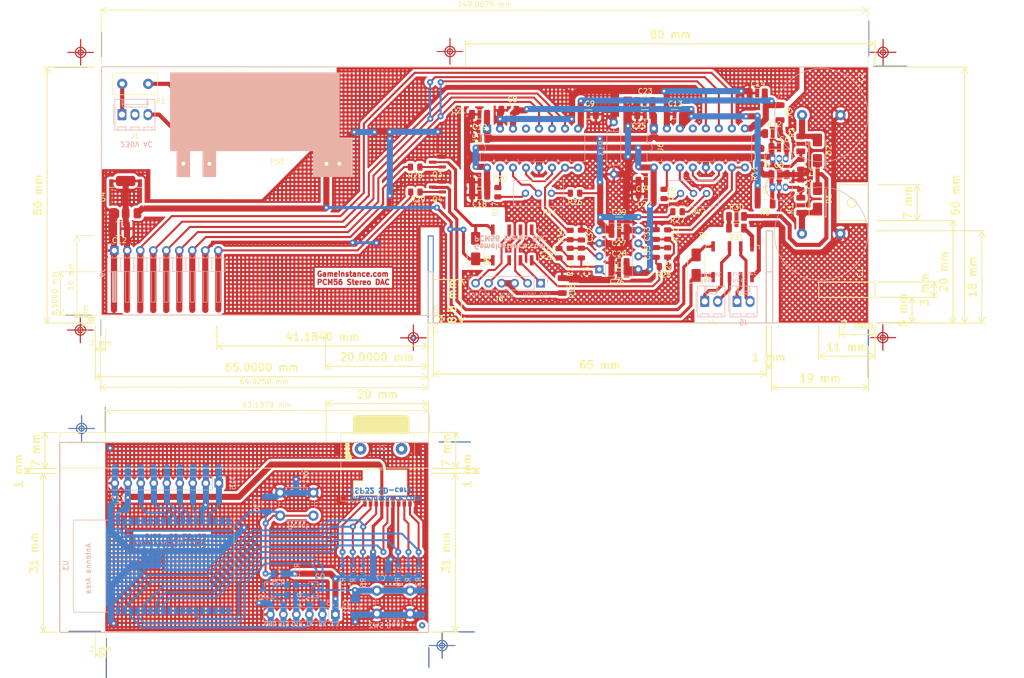
<source format=kicad_pcb>
(kicad_pcb (version 20240108) (generator "pcbnew") (generator_version "8.0")
  (layers (0 "F.Cu" signal) (31 "B.Cu" signal) (34 "B.Paste" user) (35 "F.Paste" user) (36 "B.SilkS" user "B.Silkscreen") (37 "F.SilkS" user "F.Silkscreen") (38 "B.Mask" user) (39 "F.Mask" user) (44 "Edge.Cuts" user))
  (net 0 "")
  (net 1 "GNDA")
  (net 2 "IO0")
  (net 3 "EN")
  (net 4 "DTR")
  (net 5 "Net-(U7B--)")
  (net 6 "RTS")
  (net 7 "Net-(U7A--)")
  (net 8 "+5V")
  (net 9 "Net-(Q1-B)")
  (net 10 "SD_MISO")
  (net 11 "+3.3V")
  (net 12 "SD_MOSI")
  (net 13 "+Vl")
  (net 14 "-Vl")
  (net 15 "/AC (L)")
  (net 16 "/AC (N)")
  (net 17 "SD_CS")
  (net 18 "-Vs")
  (net 19 "+Vs")
  (net 20 "Host Out (L)")
  (net 21 "Host Out (R)")
  (net 22 "Net-(U5-Trim)")
  (net 23 "Net-(D3-A)")
  (net 24 "Net-(U6-Trim)")
  (net 25 "Net-(U6-RF)")
  (net 26 "Net-(Q3-B)")
  (net 27 "SRC_RLY")
  (net 28 "Host IN (L)")
  (net 29 "Host IN (R)")
  (net 30 "TX")
  (net 31 "RX")
  (net 32 "SD_DET")
  (net 33 "Net-(Q2-B)")
  (net 34 "Net-(U5-RF)")
  (net 35 "PCM_CH2")
  (net 36 "Net-(U6-Iout)")
  (net 37 "PCM_LE")
  (net 39 "Net-(U6-MSB_adj)")
  (net 40 "PCM_CLK")
  (net 41 "Net-(U5-Iout)")
  (net 42 "PCM_CH1")
  (net 43 "Net-(U5-MSB_adj)")
  (net 45 "SD_CLK")
  (net 47 "Net-(J1-Pin_1)")
  (net 48 "GNDD")
  (net 49 "GNDS")
  (net 50 "/+Vunr")
  (net 51 "/-Vunr")
  (net 52 "Net-(U1-VI)")
  (net 53 "Net-(U2-VI)")
  (net 54 "+Vreg")
  (net 55 "-Vreg")
  (net 56 "12V AC (L)")
  (net 57 "Net-(D4-A)")
  (net 58 "Net-(J4-Pin_1)")
  (net 59 "Net-(J4-Pin_2)")
  (net 60 "Net-(Q4-B)")
  (net 61 "Net-(R17-Pad2)")
  (net 62 "PWR_RLY")
  (net 73 "Net-(J5-Pin_2)")
  (net 74 "Net-(J5-Pin_1)")
  (net 75 "Net-(R18-Pad2)")
  (net 76 "Net-(R26-Pad1)")
  (net 77 "Net-(R27-Pad1)")
  (net 78 "Net-(C32-Pad2)")
  (net 79 "Net-(C33-Pad2)")
  (net 80 "DAC Out (R)")
  (net 81 "DAC Out (L)")
  (net 82 "Net-(J2-DAT1)")
  (net 83 "Net-(J2-DAT2)")
  (net 84 "Net-(D1-A)")
  (net 85 "Net-(R30-Pad1)")
  (footprint "Capacitor_SMD:C_1206_3216Metric" (layer "F.Cu") (at 189.72 44.47 180)
    (property "Reference" "C13")
    (property "Value" "1u")
  )
  (footprint "Capacitor_SMD:C_1206_3216Metric" (layer "F.Cu") (at 183.875 44.5125 180)
    (property "Reference" "C25")
    (property "Value" "100n")
  )
  (footprint "Capacitor_SMD:C_1206_3216Metric" (layer "F.Cu") (at 210.1 51.0025 180)
    (property "Reference" "C6")
    (property "Value" "100n")
  )
  (footprint "Resistor_SMD:R_0805_2012Metric" (layer "F.Cu") (at 139.02375 54.80375 180)
    (property "Reference" "R28")
    (property "Value" "1k")
  )
  (footprint "Capacitor_SMD:C_0805_2012Metric" (layer "F.Cu") (at 214.35 58.2625 90)
    (property "Reference" "C3")
    (property "Value" "220n")
  )
  (footprint "Capacitor_SMD:C_1206_3216Metric" (layer "F.Cu") (at 184.125 60.05 180)
    (property "Reference" "C22")
    (property "Value" "1u")
  )
  (footprint "Capacitor_SMD:C_1206_3216Metric" (layer "F.Cu") (at 205.85 40.3375 180)
    (property "Reference" "C14")
    (property "Value" "1u")
  )
  (footprint "Resistor_SMD:R_0805_2012Metric" (layer "F.Cu") (at 167.125 71.6375 -90)
    (property "Reference" "R22")
    (property "Value" "6k8")
  )
  (footprint "Capacitor_SMD:C_1206_3216Metric" (layer "F.Cu") (at 183.9 42.0125 180)
    (property "Reference" "C23")
    (property "Value" "1u")
  )
  (footprint "micro_sd_card_ctf-11081-p:CTF-11081-P" (layer "F.Cu") (at 131.4075 120.4375 180)
    (property "Reference" "J2")
    (property "Value" "Micro_SD_Card_Det1")
  )
  (footprint "Resistor_SMD:R_1206_3216Metric" (layer "F.Cu") (at 214.35 50.2625 90)
    (property "Reference" "R2")
    (property "Value" "39R")
  )
  (footprint "Resistor_SMD:R_0805_2012Metric" (layer "F.Cu") (at 139.06125 59.67875 180)
    (property "Reference" "R29")
    (property "Value" "1k")
  )
  (footprint "Resistor_SMD:R_0805_2012Metric" (layer "F.Cu") (at 169.3 71.575 90)
    (property "Reference" "R24")
    (property "Value" "3k3")
  )
  (footprint "Capacitor_SMD:C_1206_3216Metric" (layer "F.Cu") (at 178.85 73.475 180)
    (property "Reference" "C28")
    (property "Value" "1u")
  )
  (footprint "Resistor_SMD:R_0805_2012Metric" (layer "F.Cu") (at 170.25 59.9)
    (property "Reference" "R26")
    (property "Value" "200k")
  )
  (footprint "Package_TO_SOT_SMD:SOT-23" (layer "F.Cu") (at 143.3775 58.71 180)
    (property "Reference" "Q4")
    (property "Value" "BC846")
  )
  (footprint "Diode_SMD:D_SMA" (layer "F.Cu") (at 217.6 51.5125 90)
    (property "Reference" "D2")
    (property "Value" "M1" (hide yes))
  )
  (footprint "Capacitor_SMD:C_0805_2012Metric" (layer "F.Cu") (at 186.1 67.975 -90)
    (property "Reference" "C33")
    (property "Value" "1n5")
  )
  (footprint "Resistor_SMD:R_1206_3216Metric" (layer "F.Cu") (at 167.75 77.95 -90)
    (property "Reference" "R16")
    (property "Value" "0R")
  )
  (footprint "Capacitor_SMD:C_1206_3216Metric" (layer "F.Cu") (at 178.85 75.475 180)
    (property "Reference" "C26")
    (property "Value" "100n")
  )
  (footprint "Capacitor_SMD:C_1206_3216Metric" (layer "F.Cu") (at 172.84 44.51)
    (property "Reference" "C9")
    (property "Value" "1u")
  )
  (footprint "Resistor_SMD:R_0805_2012Metric" (layer "F.Cu") (at 155.175 59.7125 -90)
    (property "Reference" "R17")
    (property "Value" "470k")
  )
  (footprint "Resistor_SMD:R_0805_2012Metric" (layer "F.Cu") (at 190.275 63.525 180)
    (property "Reference" "R27")
    (property "Value" "200k")
  )
  (footprint "Resistor_SMD:R_1206_3216Metric" (layer "F.Cu") (at 208.85 48.2625 180)
    (property "Reference" "R12")
    (property "Value" "0R")
  )
  (footprint "Resistor_SMD:R_1206_3216Metric" (layer "F.Cu") (at 201.79 64.44)
    (property "Reference" "R30")
    (property "Value" "10R W25")
  )
  (footprint "Capacitor_SMD:C_1206_3216Metric" (layer "F.Cu") (at 151.63 49.17 180)
    (property "Reference" "C19")
    (property "Value" "1u")
  )
  (footprint "Package_TO_SOT_SMD:SOT-223-3_TabPin2" (layer "F.Cu") (at 82.475 60.675 90)
    (property "Reference" "U4")
    (property "Value" "AP1117-33")
  )
  (footprint "Capacitor_SMD:C_1206_3216Metric" (layer "F.Cu") (at 184.1 57.5875 180)
    (property "Reference" "C24")
    (property "Value" "100n")
  )
  (footprint "Resistor_SMD:R_0805_2012Metric" (layer "F.Cu") (at 188.35 67.975 -90)
    (property "Reference" "R20")
    (property "Value" "6k8")
  )
  (footprint "Capacitor_SMD:C_0805_2012Metric" (layer "F.Cu") (at 186.1 71.475 90)
    (property "Reference" "C35")
    (property "Value" "470p")
  )
  (footprint "Capacitor_SMD:C_1206_3216Metric" (layer "F.Cu") (at 210.1 56.2625)
    (property "Reference" "C5")
    (property "Value" "100n")
  )
  (footprint "Diode_SMD:D_SMA" (layer "F.Cu") (at 217.625 61.0125 90)
    (property "Reference" "D1")
    (property "Value" "M1" (hide yes))
  )
  (footprint "Resistor_SMD:R_1206_3216Metric" (layer "F.Cu") (at 210.3 44.1625 90)
    (property "Reference" "R9")
    (property "Value" "0R")
  )
  (footprint "Relay_SMD:Relay_2P2T_10x6mm_TE_IMxxG" (layer "F.Cu") (at 201.025 73.2875 90)
    (property "Reference" "K2")
    (property "Value" "G6K-2")
  )
  (footprint "Resistor_SMD:R_0805_2012Metric" (layer "F.Cu") (at 187.625 74.225 180)
    (property "Reference" "R23")
    (property "Value" "6k8")
  )
  (footprint "Capacitor_SMD:C_1206_3216Metric" (layer "F.Cu") (at 178.85 65.475)
    (property "Reference" "C29")
    (property "Value" "1u")
  )
  (footprint "Diode_SMD:D_SMA" (layer "F.Cu") (at 150.84 70.73 90)
    (property "Reference" "D3")
    (property "Value" "US1M")
  )
  (footprint "Capacitor_SMD:C_0805_2012Metric" (layer "F.Cu") (at 171.5 68.0875 -90)
    (property "Reference" "C32")
    (property "Value" "1n5")
  )
  (footprint "Package_TO_SOT_SMD:SOT-23" (layer "F.Cu") (at 143.3575 53.84 180)
    (property "Reference" "Q3")
    (property "Value" "BC846")
  )
  (footprint "Resistor_SMD:R_1206_3216Metric" (layer "F.Cu") (at 207.3875 62.0125 180)
    (property "Reference" "R8")
    (property "Value" "0R")
  )
  (footprint "Capacitor_SMD:C_1210_3225Metric" (layer "F.Cu") (at 81.25 66.825 180)
    (property "Reference" "C12")
    (property "Value" "100u")
  )
  (footprint "Resistor_SMD:R_1206_3216Metric" (layer "F.Cu") (at 214.35 62.2625 90)
    (property "Reference" "R1")
    (property "Value" "68R")
  )
  (footprint "Resistor_SMD:R_0805_2012Metric" (layer "F.Cu") (at 169.3 68.075 -90)
    (property "Reference" "R19")
    (property "Value" "6k8")
  )
  (footprint "Capacitor_SMD:C_1206_3216Metric" (layer "F.Cu") (at 178.85 67.725)
    (property "Reference" "C27")
    (property "Value" "100n")
  )
  (footprint "Capacitor_SMD:C_0805_2012Metric" (layer "F.Cu") (at 214.35 54.2625 -90)
    (property "Reference" "C4")
    (property "Value" "220n")
  )
  (footprint "Capacitor_SMD:C_1206_3216Metric" (layer "F.Cu") (at 157.325 43.73 180)
    (property "Reference" "C8")
    (property "Value" "1u")
  )
  (footprint "Capacitor_SMD:C_1206_3216Metric" (layer "F.Cu") (at 151.6 44.5125 180)
    (property "Reference" "C21")
    (property "Value" "100n")
  )
  (footprint "Resistor_SMD:R_1206_3216Metric" (layer "F.Cu") (at 201.79 66.72 180)
    (property "Reference" "R31")
    (property "Value" "10R W25")
  )
  (footprint "Resistor_SMD:R_0805_2012Metric" (layer "F.Cu") (at 188.35 71.475 90)
    (property "Reference" "R25")
    (property "Value" "3k3")
  )
  (footprint "Resistor_SMD:R_0805_2012Metric" (layer "F.Cu") (at 187.625 60.0625 -90)
    (property "Reference" "R18")
    (property "Value" "470k")
  )
  (footprint "Resistor_SMD:R_1206_3216Metric" (layer "F.Cu") (at 206.35 52.7625 90)
    (property "Reference" "R11")
    (property "Value" "0R")
  )
  (footprint "Relay_SMD:Relay_2P2T_10x6mm_TE_IMxxG" (layer "F.Cu") (at 157.9875 70.0125 90)
    (property "Reference" "K1")
    (property "Value" "EC2 4.5NU")
  )
  (footprint "Capacitor_SMD:C_1206_3216Metric" (layer "F.Cu") (at 151.625 57.7625 180)
    (property "Reference" "C20")
    (property "Value" "100n")
  )
  (footprint "Capacitor_SMD:C_0805_2012Metric" (layer "F.Cu") (at 171.475 71.6 90)
    (property "Reference" "C34")
    (property "Value" "470p")
  )
  (footprint "Capacitor_SMD:C_1206_3216Metric" (layer "F.Cu") (at 151.625 60.2625 180)
    (property "Reference" "C18")
    (property "Value" "1u")
  )
  (footprint "Fuse:Fuse_Littelfuse_395Series" (layer "F.Cu") (at 86.875 38.545 180)
    (property "Reference" "F1")
    (property "Value" "Fuse_Small")
  )
  (footprint "Diode_SMD:D_SMA" (layer "F.Cu") (at 193.91 73.96 90)
    (property "Reference" "D4" (hide yes))
    (property "Value" "US1M")
  )
  (footprint "Button_Switch_THT:SW_PUSH_6mm_H5mm" (layer "B.Cu") (at 138.0375 137.5375 180)
    (property "Reference" "SW2")
    (property "Value" "Boot")
  )
  (footprint "Resistor_THT:R_Axial_DIN0207_L6.3mm_D2.5mm_P10.16mm_Horizontal" (layer "B.Cu") (at 177.825 46.0325 -90)
    (property "Reference" "R13")
    (property "Value" "0R")
  )
  (footprint "Capacitor_SMD:C_1206_3216Metric" (layer "B.Cu") (at 127.3125 140.7625 -90)
    (property "Reference" "C31")
    (property "Value" "100nF")
  )
  (footprint "Potentiometer_THT:Potentiometer_Bourns_3296W_Vertical" (layer "B.Cu") (at 160.57 59.925 180)
    (property "Reference" "RV1")
    (property "Value" "100k (CH1 adj)")
  )
  (footprint "Resistor_SMD:R_0805_2012Metric" (layer "B.Cu") (at 114.85 138.4125 180)
    (property "Reference" "R14")
    (property "Value" "10k")
  )
  (footprint "Capacitor_SMD:C_1206_3216Metric" (layer "B.Cu") (at 81 121.5 180)
    (property "Reference" "C17")
    (property "Value" "100nF")
  )
  (footprint "Connector_PinHeader_2.54mm:PinHeader_1x09_P2.54mm_Horizontal" (layer "B.Cu") (at 80.25 71.1 -90)
    (property "Reference" "J9")
    (property "Value" "Signals conn")
  )
  (footprint "Resistor_SMD:R_0805_2012Metric" (layer "B.Cu") (at 112.35 134.225)
    (property "Reference" "R21")
    (property "Value" "10k")
  )
  (footprint "Capacitor_THT:C_Radial_D18.0mm_H35.5mm_P7.50mm" (layer "B.Cu") (at 222.1 44.6375 180)
    (property "Reference" "C2")
    (property "Value" "4700u")
  )
  (footprint "Package_DIP:DIP-16_W7.62mm" (layer "B.Cu") (at 185.65 47.2625 -90)
    (property "Reference" "U6")
    (property "Value" "PCM56")
  )
  (footprint "Button_Switch_THT:SW_PUSH_6mm_H5mm" (layer "B.Cu") (at 112.65 122.9)
    (property "Reference" "SW1")
    (property "Value" "Reset")
  )
  (footprint "Package_DIP:DIP-16_W7.62mm" (layer "B.Cu") (at 153.06 47.3 -90)
    (property "Reference" "U5")
    (property "Value" "PCM56")
  )
  (footprint "Resistor_SMD:R_0603_1608Metric" (layer "B.Cu") (at 126.8125 133.4625 90)
    (property "Reference" "R7")
    (property "Value" "12k")
  )
  (footprint "Resistor_SMD:R_0603_1608Metric" (layer "B.Cu") (at 137.7 133.4875 90)
    (property "Reference" "R4")
    (property "Value" "12k")
  )
  (footprint "Connector_Molex:Molex_KK-254_AE-6410-02A_1x02_P2.54mm_Vertical" (layer "B.Cu") (at 195.585 81.0375)
    (property "Reference" "J4")
    (property "Value" "host AC input")
  )
  (footprint "Resistor_SMD:R_0603_1608Metric" (layer "B.Cu") (at 135.7 133.4625 90)
    (property "Reference" "R5")
    (property "Value" "12k")
  )
  (footprint "Package_DIP:DIP-8_W7.62mm" (layer "B.Cu") (at 175 74.775)
    (property "Reference" "U7")
    (property "Value" "4570")
  )
  (footprint "Capacitor_SMD:C_1206_3216Metric" (layer "B.Cu") (at 132.2625 133.2625)
    (property "Reference" "C7")
    (property "Value" "100nF")
  )
  (footprint "Package_TO_SOT_SMD:TSOT-23" (layer "B.Cu") (at 110.6 137.4125 180)
    (property "Reference" "Q1")
    (property "Value" "2N3904")
  )
  (footprint "Connector_PinSocket_2.54mm:PinSocket_1x09_P2.54mm_Vertical" (layer "B.Cu") (at 100.665 116.55 90)
    (property "Reference" "J15")
    (property "Value" "Signals conn")
  )
  (footprint "Package_TO_SOT_THT:TO-92_Inline" (layer "B.Cu") (at 208.855 53.1525)
    (property "Reference" "U2")
    (property "Value" "LM79L05_TO92")
  )
  (footprint "Potentiometer_THT:Potentiometer_Bourns_3296W_Vertical" (layer "B.Cu") (at 190.86 59.9625 180)
    (property "Reference" "RV2")
    (property "Value" "100k (CH2 adj)")
  )
  (footprint "Espressif:ESP32-WROVER-E" (layer "B.Cu") (at 87.9475 132.75 -90)
    (property "Reference" "U3")
    (property "Value" "ESP32-WROVER-E")
  )
  (footprint "Resistor_SMD:R_0805_2012Metric" (layer "B.Cu") (at 114.85 136.4125)
    (property "Reference" "R15")
    (property "Value" "10k")
  )
  (footprint "esp32_pcm56:RPDZN E10W" (layer "B.Cu") (at 107.71 43.995)
    (property "Reference" "PS1")
    (property "Value" "TMLM10105")
  )
  (footprint "Capacitor_THT:C_Radial_D18.0mm_H35.5mm_P7.50mm" (layer "B.Cu") (at 214.575 67.8125)
    (property "Reference" "C1")
    (property "Value" "4700u")
  )
  (footprint "Connector_PinSocket_2.54mm:PinSocket_1x06_P2.54mm_Vertical" (layer "B.Cu") (at 123.4375 142.1875 90)
    (property "Reference" "J3")
    (property "Value" "serial")
  )
  (footprint "Capacitor_SMD:C_1206_3216Metric" (layer "B.Cu") (at 110.025 120.65 90)
    (property "Reference" "C30")
    (property "Value" "100nF")
  )
  (footprint "Package_TO_SOT_THT:TO-92_Inline" (layer "B.Cu") (at 208.83 58.7625)
    (property "Reference" "U1")
    (property "Value" "LM78L05_TO92")
  )
  (footprint "Resistor_SMD:R_0603_1608Metric" (layer "B.Cu") (at 128.8125 133.4625 90)
    (property "Reference" "R6")
    (property "Value" "12k")
  )
  (footprint "Connector_Molex:Molex_KK-254_AE-6410-02A_1x02_P2.54mm_Vertical" (layer "B.Cu") (at 201.9 81.0375)
    (property "Reference" "J5")
    (property "Value" "trafo sec. AC")
  )
  (footprint "Resistor_SMD:R_0603_1608Metric" (layer "B.Cu") (at 124.8125 133.4625 90)
    (property "Reference" "R10")
    (property "Value" "12k")
  )
  (footprint "Connector_Molex:Molex_KK-254_AE-6410-03A_1x03_P2.54mm_Vertical" (layer "B.Cu") (at 81.745 44.55)
    (property "Reference" "J1")
    (property "Value" "240V AC (L/N)")
  )
  (footprint "Package_TO_SOT_SMD:TSOT-23" (layer "B.Cu") (at 119.1 137.4125)
    (property "Reference" "Q2")
    (property "Value" "2N3904")
  )
  (footprint "Resistor_SMD:R_0603_1608Metric" (layer "B.Cu") (at 139.7 133.4625 90)
    (property "Reference" "R3")
    (property "Value" "12k")
  )
  (footprint "Connector_PinSocket_2.54mm:PinSocket_1x06_P2.54mm_Vertical" (layer "B.Cu") (at 163.5275 77.4875 90)
    (property "Reference" "J6")
    (property "Value" "input / output signals")
  )
  (gr_line (start 230.425 34.8625) (end 230.425 29.8625) (stroke (width 0.2)) (layer "F.Cu"))
  (gr_line (start 227.55 96) (end 227.55 86.5) (stroke (width 0.2)) (layer "F.Cu"))
  (gr_line (start 77.75 33.25) (end 77.75 28.45) (stroke (width 0.2)) (layer "F.Cu"))
  (gr_line (start 141.7875 148.2625) (end 146.7875 148.2625) (stroke (width 0.2)) (layer "F.Cu"))
  (gr_line (start 227.6 33.1) (end 227.6 26.25) (stroke (width 0.2)) (layer "F.Cu"))
  (gr_line (start 227.875 88.1125) (end 232.875 88.1125) (stroke (width 0.2)) (layer "F.Cu"))
  (gr_circle (center 230.425 32.3875) (end 230.425 31.8875) (stroke (width 0.2)) (fill none) (layer "F.Cu"))
  (gr_circle (center 230.375 88.1125) (end 230.375 87.6125) (stroke (width 0.2)) (fill none) (layer "F.Cu"))
  (gr_circle (center 73.625 86.6375) (end 73.625 85.637188) (stroke (width 0.2)) (fill none) (layer "F.Cu"))
  (gr_line (start 141.65 106.6375) (end 141.65 102.8) (stroke (width 0.2)) (layer "F.Cu"))
  (gr_line (start 73.625 89.1125) (end 73.625 84.1125) (stroke (width 0.2)) (layer "F.Cu"))
  (gr_circle (center 230.375 88.1125) (end 230.375 87.112188) (stroke (width 0.2)) (fill none) (layer "F.Cu"))
  (gr_line (start 75.025 35.275) (end 68.625 35.275) (stroke (width 0.2)) (layer "F.Cu"))
  (gr_circle (center 138.675 88.1625) (end 138.675 87.162188) (stroke (width 0.2)) (fill none) (layer "F.Cu"))
  (gr_circle (center 144.2875 148.2625) (end 144.2875 147.7625) (stroke (width 0.2)) (fill none) (layer "F.Cu"))
  (gr_line (start 229.15 85.25) (end 236.875 85.25) (stroke (width 0.2)) (layer "F.Cu"))
  (gr_circle (center 73.625 86.6375) (end 73.625 85.637188) (stroke (width 0.2)) (fill none) (layer "F.Cu"))
  (gr_circle (center 230.375 88.1125) (end 230.375 87.112188) (stroke (width 0.2)) (fill none) (layer "F.Cu"))
  (gr_circle (center 230.425 32.3875) (end 230.425 31.387188) (stroke (width 0.2)) (fill none) (layer "F.Cu"))
  (gr_circle (center 73.675 32.4125) (end 73.675 31.9125) (stroke (width 0.2)) (fill none) (layer "F.Cu"))
  (gr_line (start 145.825 34.700312) (end 145.825 29.700312) (stroke (width 0.2)) (layer "F.Cu"))
  (gr_circle (center 145.825 32.225312) (end 145.825 31.225) (stroke (width 0.2)) (fill none) (layer "F.Cu"))
  (gr_line (start 73.675 34.8875) (end 73.675 29.8875) (stroke (width 0.2)) (layer "F.Cu"))
  (gr_line (start 73.675 34.8875) (end 73.675 29.8875) (stroke (width 0.2)) (layer "F.Cu"))
  (gr_circle (center 73.675 32.4125) (end 73.675 31.412188) (stroke (width 0.2)) (fill none) (layer "F.Cu"))
  (gr_line (start 77.575 145.5) (end 71.375 145.5) (stroke (width 0.2)) (layer "F.Cu"))
  (gr_line (start 141.7 152.51875) (end 141.7 148.68125) (stroke (width 0.2)) (layer "F.Cu"))
  (gr_circle (center 73.625 86.6375) (end 73.625 86.1375) (stroke (width 0.2)) (fill none) (layer "F.Cu"))
  (gr_line (start 71.175 32.4125) (end 76.175 32.4125) (stroke (width 0.2)) (layer "F.Cu"))
  (gr_line (start 76.95 108.6) (end 71.325 108.6) (stroke (width 0.2)) (layer "F.Cu"))
  (gr_line (start 227.925 32.3875) (end 232.925 32.3875) (stroke (width 0.2)) (layer "F.Cu"))
  (gr_circle (center 145.825 32.225312) (end 145.825 31.725312) (stroke (width 0.2)) (fill none) (layer "F.Cu"))
  (gr_line (start 78.5 106.6) (end 78.5 101.75) (stroke (width 0.2)) (layer "F.Cu"))
  (gr_circle (center 230.425 32.3875) (end 230.425 31.8875) (stroke (width 0.2)) (fill none) (layer "F.Cu"))
  (gr_circle (center 73.8625 105.8625) (end 73.8625 104.862188) (stroke (width 0.2)) (fill none) (layer "F.Cu"))
  (gr_line (start 228.625 35.125) (end 235 35.125) (stroke (width 0.2)) (layer "F.Cu"))
  (gr_line (start 143.7 108.5) (end 149.825 108.5) (stroke (width 0.2)) (layer "F.Cu"))
  (gr_line (start 71.125 86.6375) (end 76.125 86.6375) (stroke (width 0.2)) (layer "F.Cu"))
  (gr_line (start 227.925 32.3875) (end 232.925 32.3875) (stroke (width 0.2)) (layer "F.Cu"))
  (gr_line (start 230.375 90.5875) (end 230.375 85.5875) (stroke (width 0.2)) (layer "F.Cu"))
  (gr_line (start 143.325 32.225312) (end 148.325 32.225312) (stroke (width 0.2)) (layer "F.Cu"))
  (gr_circle (center 73.8625 105.8625) (end 73.8625 105.3625) (stroke (width 0.2)) (fill none) (layer "F.Cu"))
  (gr_line (start 78.7 146.85) (end 78.7 154.575) (stroke (width 0.2)) (layer "F.Cu"))
  (gr_line (start 136.175 88.1625) (end 141.175 88.1625) (stroke (width 0.2)) (layer "F.Cu"))
  (gr_line (start 144.425 145.6) (end 150.55 145.6) (stroke (width 0.2)) (layer "F.Cu"))
  (gr_line (start 136.175 88.1625) (end 141.175 88.1625) (stroke (width 0.2)) (layer "F.Cu"))
  (gr_circle (center 145.825 32.225312) (end 145.825 31.225) (stroke (width 0.2)) (fill none) (layer "F.Cu"))
  (gr_circle (center 145.825 32.225312) (end 145.825 31.725312) (stroke (width 0.2)) (fill none) (layer "F.Cu"))
  (gr_line (start 230.425 34.8625) (end 230.425 29.8625) (stroke (width 0.2)) (layer "F.Cu"))
  (gr_line (start 144.2875 150.7375) (end 144.2875 145.7375) (stroke (width 0.2)) (layer "F.Cu"))
  (gr_circle (center 138.675 88.1625) (end 138.675 87.6625) (stroke (width 0.2)) (fill none) (layer "F.Cu"))
  (gr_circle (center 138.675 88.1625) (end 138.675 87.6625) (stroke (width 0.2)) (fill none) (layer "F.Cu"))
  (gr_line (start 143.325 32.225312) (end 148.325 32.225312) (stroke (width 0.2)) (layer "F.Cu"))
  (gr_line (start 73.8625 108.3375) (end 73.8625 103.3375) (stroke (width 0.2)) (layer "F.Cu"))
  (gr_line (start 227.875 88.1125) (end 232.875 88.1125) (stroke (width 0.2)) (layer "F.Cu"))
  (gr_circle (center 73.675 32.4125) (end 73.675 31.9125) (stroke (width 0.2)) (fill none) (layer "F.Cu"))
  (gr_circle (center 73.625 86.6375) (end 73.625 86.1375) (stroke (width 0.2)) (fill none) (layer "F.Cu"))
  (gr_line (start 138.675 90.6375) (end 138.675 85.6375) (stroke (width 0.2)) (layer "F.Cu"))
  (gr_line (start 75.75 83.7625) (end 70.8 83.75) (stroke (width 0.2)) (layer "F.Cu"))
  (gr_line (start 71.175 32.4125) (end 76.175 32.4125) (stroke (width 0.2)) (layer "F.Cu"))
  (gr_circle (center 144.2875 148.2625) (end 144.2875 147.262188) (stroke (width 0.2)) (fill none) (layer "F.Cu"))
  (gr_circle (center 230.425 32.3875) (end 230.425 31.387188) (stroke (width 0.2)) (fill none) (layer "F.Cu"))
  (gr_line (start 230.375 90.5875) (end 230.375 85.5875) (stroke (width 0.2)) (layer "F.Cu"))
  (gr_line (start 71.125 86.6375) (end 76.125 86.6375) (stroke (width 0.2)) (layer "F.Cu"))
  (gr_circle (center 73.675 32.4125) (end 73.675 31.412188) (stroke (width 0.2)) (fill none) (layer "F.Cu"))
  (gr_circle (center 138.675 88.1625) (end 138.675 87.162188) (stroke (width 0.2)) (fill none) (layer "F.Cu"))
  (gr_line (start 145.825 34.700312) (end 145.825 29.700312) (stroke (width 0.2)) (layer "F.Cu"))
  (gr_line (start 77.575 84.725) (end 77.575 87.725) (stroke (width 0.2)) (layer "F.Cu"))
  (gr_circle (center 230.375 88.1125) (end 230.375 87.6125) (stroke (width 0.2)) (fill none) (layer "F.Cu"))
  (gr_line (start 73.625 89.1125) (end 73.625 84.1125) (stroke (width 0.2)) (layer "F.Cu"))
  (gr_line (start 138.675 90.6375) (end 138.675 85.6375) (stroke (width 0.2)) (layer "F.Cu"))
  (gr_line (start 71.3625 105.8625) (end 76.3625 105.8625) (stroke (width 0.2)) (layer "F.Cu"))
  (gr_line (start 227.6 33.1) (end 227.6 26.25) (stroke (width 0.2)) (layer "B.Cu"))
  (gr_circle (center 144.2875 148.2625) (end 144.2625 147.2625) (stroke (width 0.2)) (fill none) (layer "B.Cu"))
  (gr_line (start 71.3625 105.8625) (end 76.3625 105.8625) (stroke (width 0.2)) (layer "B.Cu"))
  (gr_line (start 141.7875 148.2625) (end 146.7875 148.2625) (stroke (width 0.2)) (layer "B.Cu"))
  (gr_line (start 77.575 145.5) (end 71.375 145.5) (stroke (width 0.2)) (layer "B.Cu"))
  (gr_line (start 144.425 145.6) (end 150.55 145.6) (stroke (width 0.2)) (layer "B.Cu"))
  (gr_line (start 77.575 84.725) (end 77.575 87.725) (stroke (width 0.2)) (layer "B.Cu"))
  (gr_line (start 75.025 35.275) (end 68.625 35.275) (stroke (width 0.2)) (layer "B.Cu"))
  (gr_rect (start 141.5625 68.2625) (end 142.5625 85.2625) (stroke (width 0.2)) (fill none) (layer "B.Cu"))
  (gr_line (start 78.5 106.6) (end 78.5 101.75) (stroke (width 0.2)) (layer "B.Cu"))
  (gr_line (start 76.95 108.6) (end 71.325 108.6) (stroke (width 0.2)) (layer "B.Cu"))
  (gr_line (start 143.7 108.5) (end 149.825 108.5) (stroke (width 0.2)) (layer "B.Cu"))
  (gr_circle (center 144.2875 148.2625) (end 144.2875 147.7625) (stroke (width 0.2)) (fill none) (layer "B.Cu"))
  (gr_line (start 141.7 152.51875) (end 141.7 148.68125) (stroke (width 0.2)) (layer "B.Cu"))
  (gr_line (start 77.75 33.25) (end 77.75 28.45) (stroke (width 0.2)) (layer "B.Cu"))
  (gr_circle (center 73.8625 105.8625) (end 73.8375 104.8625) (stroke (width 0.2)) (fill none) (layer "B.Cu"))
  (gr_line (start 228.625 35.125) (end 235 35.125) (stroke (width 0.2)) (layer "B.Cu"))
  (gr_line (start 229.15 85.25) (end 236.875 85.25) (stroke (width 0.2)) (layer "B.Cu"))
  (gr_line (start 144.2875 150.7375) (end 144.2875 145.7375) (stroke (width 0.2)) (layer "B.Cu"))
  (gr_circle (center 73.8625 105.8625) (end 73.8625 105.3625) (stroke (width 0.2)) (fill none) (layer "B.Cu"))
  (gr_line (start 78.7 146.85) (end 78.7 154.575) (stroke (width 0.2)) (layer "B.Cu"))
  (gr_line (start 75.75 83.7625) (end 70.8 83.75) (stroke (width 0.2)) (layer "B.Cu"))
  (gr_line (start 141.65 106.6375) (end 141.65 102.8) (stroke (width 0.2)) (layer "B.Cu"))
  (gr_line (start 73.8625 108.3375) (end 73.8625 103.3375) (stroke (width 0.2)) (layer "B.Cu"))
  (gr_line (start 227.55 96) (end 227.55 86.5) (stroke (width 0.2)) (layer "B.Cu"))
  (gr_poly (pts (xy 77.775 83.7) (xy 141.575 83.7875) (xy 141.575 75.2625) (xy 142.6 75.2625) (xy 142.6 85.2625) (xy 207.6 85.2625) (xy 207.6 75.2625) (xy 208.85 75.2625) (xy 208.85 85.2625) (xy 227.55 85.2875) (xy 227.55 35.2375) (xy 77.7425 35.2)) (stroke (width 0.15)) (fill none) (layer "B.SilkS"))
  (gr_rect (start 69.606466 108.5925) (end 141.641466 145.6925) (stroke (width 0.2)) (fill none) (layer "B.SilkS"))
  (gr_rect (start 207.6 67.2625) (end 208.85 85.2625) (stroke (width 0.2)) (fill none) (layer "B.SilkS"))
  (gr_rect (start 207.6 67.2625) (end 208.85 85.2625) (stroke (width 0.2)) (fill none) (layer "F.SilkS"))
  (gr_rect (start 69.606466 108.5975) (end 141.625432 145.6925) (stroke (width 0.2)) (fill none) (layer "F.SilkS"))
  (gr_rect (start 221.85 58.2625) (end 227.525 65.2625) (stroke (width 0.2)) (fill none) (layer "F.SilkS"))
  (gr_rect (start 217.85 77.2625) (end 228.85 80.2625) (stroke (width 0.2)) (fill none) (layer "F.SilkS"))
  (gr_rect (start 69.606466 106.6375) (end 141.65 113.6125) (stroke (width 0.15)) (fill none) (layer "F.SilkS"))
  (gr_circle (center 224.35 61.7625) (end 224.35 60.861112) (stroke (width 0.2)) (fill none) (layer "F.SilkS"))
  (gr_poly (pts (xy 77.775 83.725) (xy 141.575 83.7875) (xy 141.575 75.2625) (xy 142.6 75.2625) (xy 142.6 85.2625) (xy 207.6 85.2625) (xy 207.6 75.2625) (xy 208.85 75.2625) (xy 208.85 85.2625) (xy 227.55 85.2875) (xy 227.55 35.2375) (xy 77.7425 35.225)) (stroke (width 0.15)) (fill none) (layer "F.SilkS"))
  (gr_rect (start 69.606466 108.5975) (end 141.625432 145.6925) (stroke (width 0.2) (type dot)) (fill none) (layer "Edge.Cuts"))
  (gr_poly (pts (xy 77.773052 83.700018) (xy 141.573052 83.737518) (xy 141.573052 75.212518) (xy 142.598052 75.212518) (xy 142.598052 85.212518) (xy 207.598052 85.212518) (xy 207.598052 75.212518) (xy 208.848052 75.212518) (xy 208.848052 85.212518) (xy 227.548052 85.237518) (xy 227.548052 35.187518) (xy 77.740552 35.200018)) (stroke (width 0.15) (type dot)) (fill none) (layer "Edge.Cuts"))
  (gr_text "GameInstance.com\nPCM56 Stereo DAC" (at 119.7 77.875 0) (layer "F.Cu") (effects (font (size 1 1) (thickness 0.25) (bold yes)) (justify left bottom)))
  (gr_text "Host OUT" (at 159.95 79.275 180) (layer "B.SilkS") (effects (font (size 0.8 0.8) (thickness 0.1)) (justify left bottom mirror)))
  (gr_text "DTR" (at 114.7875 143.5875 180) (layer "B.SilkS") (effects (font (size 0.8 0.8)) (justify left bottom mirror)))
  (gr_text "RX" (at 120.0125 143.6125 180) (layer "B.SilkS") (effects (font (size 0.8 0.8)) (justify left bottom mirror)))
  (gr_text "Boot" (at 133.27 143.68 180) (layer "B.SilkS") (effects (font (size 1 1)) (justify left bottom mirror)))
  (gr_text "230V AC" (at 81.325 49.725 180) (layer "B.SilkS") (effects (font (size 1 1)) (justify left bottom mirror)))
  (gr_text "Reset" (at 114 124.4 180) (layer "B.SilkS") (effects (font (size 1 1)) (justify left bottom mirror)))
  (gr_text "host\ntraf sec" (at 200.975 75.225 180) (layer "B.SilkS") (effects (font (size 0.8 0.8) (thickness 0.1)) (justify left bottom mirror)))
  (gr_text "host \n12V AC" (at 194.575 75.25 180) (layer "B.SilkS") (effects (font (size 0.8 0.8) (thickness 0.1)) (justify left bottom mirror)))
  (gr_text "3.3" (at 122.1675 143.5175 180) (layer "B.SilkS") (effects (font (size 0.8 0.8)) (justify left bottom mirror)))
  (gr_text "TX" (at 117.5875 143.5625 180) (layer "B.SilkS") (effects (font (size 0.8 0.8)) (justify left bottom mirror)))
  (gr_text "GameInstance.com\nPCM56 Stereo DAC" (at 150.4 68.1 180) (layer "B.SilkS") (effects (font (size 1 1) (thickness 0.25) (bold yes)) (justify left bottom mirror)))
  (gr_text "Host IN" (at 149.0775 79.2875 180) (layer "B.SilkS") (effects (font (size 0.8 0.8) (thickness 0.1)) (justify left bottom mirror)))
  (gr_text "GND" (at 155.875 79.3 180) (layer "B.SilkS") (effects (font (size 0.8 0.8) (thickness 0.1)) (justify left bottom mirror)))
  (gr_text "RTS" (at 112.1375 143.5625 180) (layer "B.SilkS") (effects (font (size 0.8 0.8)) (justify left bottom mirror)))
  (gr_text "GND" (at 109.4075 143.5175 180) (layer "B.SilkS") (effects (font (size 0.8 0.8)) (justify left bottom mirror)))
  (gr_text_box "GameInstance.com\nESP32 SD-card" (start 83.9625 126) (end 99.15 129.95) (angle 180) (layer "F.Cu") (effects (font (size 1 1) (thickness 0.25) (bold yes)) (justify left top)) (border no) (stroke (width 0.2)))
  (gr_text_box "GameInstance.com\nESP32 SD-card" (start 125.38125 116.95) (end 140.56875 120.9) (angle 180) (layer "B.Cu") (effects (font (size 1 1) (thickness 0.25) (bold yes)) (justify left top mirror)) (border no) (stroke (width 0.2)))
  (dimension (type aligned) (layer "F.SilkS") (pts (xy 72.675 85.2625) (xy 72.675 83.7625)) (height 3.075) (gr_text "1.5 mm" (at 74.6 84.5125 90) (layer "F.SilkS") (effects (font (size 1 1) (thickness 0.15)))) (format (prefix "") (suffix "") (units 3) (units_format 1) (precision 1)) (style (thickness 0.15) (arrow_length 1.27) (text_position_mode 0) (extension_height 0.58642) (extension_offset 0.5) keep_text_aligned))
  (dimension (type aligned) (layer "F.SilkS") (pts (xy 77.55 83.75) (xy 77.55 75.25)) (height -7.8) (gr_text "8.5000 mm" (at 68.6 79.5 90) (layer "F.SilkS") (effects (font (size 1 1) (thickness 0.15)))) (format (prefix "") (suffix "") (units 3) (units_format 1) (precision 4)) (style (thickness 0.15) (arrow_length 1.27) (text_position_mode 0) (extension_height 0.58642) (extension_offset 0.5) keep_text_aligned))
  (dimension (type aligned) (layer "F.SilkS") (pts (xy 228.825 85.275) (xy 228.825 35.275)) (height 17.55) (gr_text "50 mm" (at 244.575 60.275 90) (layer "F.SilkS") (effects (font (size 1.5 1.5) (thickness 0.3)))) (format (prefix "") (suffix "") (units 3) (units_format 1) (precision 0)) (style (thickness 0.2) (arrow_length 1.27) (text_position_mode 0) (extension_height 0.58642) (extension_offset 0.5) keep_text_aligned))
  (dimension (type aligned) (layer "F.SilkS") (pts (xy 207.6 85.2625) (xy 142.6 85.2625)) (height -10) (gr_text "65 mm" (at 175.1 93.4625 0) (layer "F.SilkS") (effects (font (size 1.5 1.5) (thickness 0.3)))) (format (prefix "") (suffix "") (units 3) (units_format 1) (precision 0)) (style (thickness 0.2) (arrow_length 1.27) (text_position_mode 0) (extension_height 0.58642) (extension_offset 0.5) keep_text_aligned))
  (dimension (type aligned) (layer "F.SilkS") (pts (xy 228.85 85.2625) (xy 228.85 80.2625)) (height 7.25) (gr_text "5 mm" (at 234.3 82.7625 90) (layer "F.SilkS") (effects (font (size 1.5 1.5) (thickness 0.3)))) (format (prefix "") (suffix "") (units 3) (units_format 1) (precision 0)) (style (thickness 0.2) (arrow_length 1.27) (text_position_mode 0) (extension_height 0.58642) (extension_offset 0.5) keep_text_aligned))
  (dimension (type aligned) (layer "F.SilkS") (pts (xy 69.525 113.6625) (xy 69.525 106.6625)) (height -2.8125) (gr_text "7 mm" (at 64.9125 110.1625 90) (layer "F.SilkS") (effects (font (size 1.5 1.5) (thickness 0.3)))) (format (prefix "") (suffix "") (units 3) (units_format 1) (precision 0)) (style (thickness 0.2) (arrow_length 1.27) (text_position_mode 0) (extension_height 0.58642) (extension_offset 0.5) keep_text_aligned))
  (dimension (type aligned) (layer "F.SilkS") (pts (xy 228.85 80.2625) (xy 228.85 77.2625)) (height 11.5) (gr_text "3 mm" (at 238.55 78.7625 90) (layer "F.SilkS") (effects (font (size 1.5 1.5) (thickness 0.3)))) (format (prefix "") (suffix "") (units 3) (units_format 1) (precision 0)) (style (thickness 0.2) (arrow_length 1.27) (text_position_mode 0) (extension_height 0.58642) (extension_offset 0.5) keep_text_aligned))
  (dimension (type aligned) (layer "F.SilkS") (pts (xy 77.55 83.75) (xy 141.575 83.7875)) (height 14.053815) (gr_text "64.0250 mm" (at 109.554943 96.672563 359.9664414) (layer "F.SilkS") (effects (font (size 1 1) (thickness 0.15)))) (format (prefix "") (suffix "") (units 3) (units_format 1) (precision 4)) (style (thickness 0.15) (arrow_length 1.27) (text_position_mode 0) (extension_height 0.58642) (extension_offset 0.5) keep_text_aligned))
  (dimension (type aligned) (layer "F.SilkS") (pts (xy 141.7 114.6375) (xy 141.7 145.6375)) (height -5.1625) (gr_text "31 mm" (at 145.0625 130.1375 90) (layer "F.SilkS") (effects (font (size 1.5 1.5) (thickness 0.3)))) (format (prefix "") (suffix "") (units 3) (units_format 1) (precision 0)) (style (thickness 0.2) (arrow_length 1.27) (text_position_mode 0) (extension_height 0.58642) (extension_offset 0.5) keep_text_aligned))
  (dimension (type aligned) (layer "F.SilkS") (pts (xy 227.5 35.125312) (xy 77.6925 35.112812)) (height 10.955227) (gr_text "149.8075 mm" (at 152.59726 23.013835 -0.004780783621) (layer "F.SilkS") (effects (font (size 1 1) (thickness 0.15)))) (format (prefix "") (suffix "") (units 3) (units_format 1) (precision 4)) (style (thickness 0.15) (arrow_length 1.27) (text_position_mode 0) (extension_height 0.58642) (extension_offset 0.5) keep_text_aligned))
  (dimension (type aligned) (layer "F.SilkS") (pts (xy 76.875 84.1875) (xy 76.875 68.1875)) (height -3.95) (gr_text "16 mm" (at 71.775 76.1875 90) (layer "F.SilkS") (effects (font (size 1 1) (thickness 0.15)))) (format (prefix "") (suffix "") (units 3) (units_format 1) (precision 0)) (style (thickness 0.15) (arrow_length 1.27) (text_position_mode 0) (extension_height 0.58642) (extension_offset 0.5) keep_text_aligned))
  (dimension (type aligned) (layer "F.SilkS") (pts (xy 76.8125 85.2625) (xy 76.8125 35.2625)) (height -9.6625) (gr_text "50 mm" (at 65.35 60.2625 90) (layer "F.SilkS") (effects (font (size 1.5 1.5) (thickness 0.3)))) (format (prefix "") (suffix "") (units 3) (units_format 1) (precision 0)) (style (thickness 0.2) (arrow_length 1.27) (text_position_mode 0) (extension_height 0.58642) (extension_offset 0.5) keep_text_aligned))
  (dimension (type aligned) (layer "F.SilkS") (pts (xy 141.625432 108.5975) (xy 78.4875 108.6)) (height 6.223011) (gr_text "63.1379 mm" (at 110.056174 101.225739 0.002268675013) (layer "F.SilkS") (effects (font (size 1 1) (thickness 0.15)))) (format (prefix "") (suffix "") (units 3) (units_format 1) (precision 4)) (style (thickness 0.15) (arrow_length 1.27) (text_position_mode 0) (extension_height 0.58642) (extension_offset 0.5) keep_text_aligned))
  (dimension (type aligned) (layer "F.SilkS") (pts (xy 69.544922 114.6625) (xy 69.544922 113.6625)) (height -6.232422) (gr_text "1 mm" (at 61.5125 114.1625 90) (layer "F.SilkS") (effects (font (size 1.5 1.5) (thickness 0.3)))) (format (prefix "") (suffix "") (units 3) (units_format 1) (precision 0)) (style (thickness 0.2) (arrow_length 1.27) (text_position_mode 0) (extension_height 0.58642) (extension_offset 0.5) keep_text_aligned))
  (dimension (type aligned) (layer "F.SilkS") (pts (xy 228.85 85.2625) (xy 221.85 85.2625)) (height -2.25) (gr_text "7 mm" (at 225.35 85.7125 0) (layer "F.SilkS") (effects (font (size 1.5 1.5) (thickness 0.3)))) (format (prefix "") (suffix "") (units 3) (units_format 1) (precision 0)) (style (thickness 0.2) (arrow_length 1.27) (text_position_mode 0) (extension_height 0.58642) (extension_offset 0.5) keep_text_aligned))
  (dimension (type aligned) (layer "F.SilkS") (pts (xy 228.6 85.2625) (xy 228.6 67.2625)) (height 21.1) (gr_text "18 mm" (at 247.9 76.2625 90) (layer "F.SilkS") (effects (font (size 1.5 1.5) (thickness 0.3)))) (format (prefix "") (suffix "") (units 3) (units_format 1) (precision 0)) (style (thickness 0.2) (arrow_length 1.27) (text_position_mode 0) (extension_height 0.58642) (extension_offset 0.5) keep_text_aligned))
  (dimension (type aligned) (layer "F.SilkS") (pts (xy 228.85 65.2625) (xy 228.85 58.2625)) (height 8.25) (gr_text "7 mm" (at 235.3 61.7625 90) (layer "F.SilkS") (effects (font (size 1.5 1.5) (thickness 0.3)))) (format (prefix "") (suffix "") (units 3) (units_format 1) (precision 0)) (style (thickness 0.2) (arrow_length 1.27) (text_position_mode 0) (extension_height 0.58642) (extension_offset 0.5) keep_text_aligned))
  (dimension (type aligned) (layer "F.SilkS") (pts (xy 76.6075 145.4175) (xy 78.6125 145.425)) (height 4.676599) (gr_text "2 mm" (at 77.596809 148.947824 359.7856776) (layer "F.SilkS") (effects (font (size 1 1) (thickness 0.15)))) (format (prefix "") (suffix "") (units 3) (units_format 1) (precision 0)) (style (thickness 0.15) (arrow_length 1.27) (text_position_mode 0) (extension_height 0.58642) (extension_offset 0.5) keep_text_aligned))
  (dimension (type aligned) (layer "F.SilkS") (pts (xy 208.6 89.2625) (xy 227.6 89.2625)) (height 8.6) (gr_text "19 mm" (at 218.1 96.0625 0) (layer "F.SilkS") (effects (font (size 1.5 1.5) (thickness 0.3)))) (format (prefix "") (suffix "") (units 3) (units_format 1) (precision 0)) (style (thickness 0.2) (arrow_length 1.27) (text_position_mode 0) (extension_height 0.58642) (extension_offset 0.5) keep_text_aligned))
  (dimension (type aligned) (layer "F.SilkS") (pts (xy 228.85 85.2625) (xy 228.85 65.2625)) (height 15.25) (gr_text "20 mm" (at 242.3 75.2625 90) (layer "F.SilkS") (effects (font (size 1.5 1.5) (thickness 0.3)))) (format (prefix "") (suffix "") (units 3) (units_format 1) (precision 0)) (style (thickness 0.2) (arrow_length 1.27) (text_position_mode 0) (extension_height 0.58642) (extension_offset 0.5) keep_text_aligned))
  (dimension (type aligned) (layer "F.SilkS") (pts (xy 141.496466 85.2625) (xy 100.3125 85.2625)) (height -4.525) (gr_text "41.1840 mm" (at 120.904483 87.9875 0) (layer "F.SilkS") (effects (font (size 1.5 1.5) (thickness 0.3)))) (format (prefix "") (suffix "") (units 3) (units_format 1) (precision 4)) (style (thickness 0.2) (arrow_length 1.27) (text_position_mode 0) (extension_height 0.58642) (extension_offset 0.5) keep_text_aligned))
  (dimension (type aligned) (layer "F.SilkS") (pts (xy 207.6 85.2875) (xy 208.6 85.2875)) (height 8.5) (gr_text "1 mm" (at 208.1 91.9875 0) (layer "F.SilkS") (effects (font (size 1.5 1.5) (thickness 0.3)))) (format (prefix "") (suffix "") (units 3) (units_format 1) (precision 0)) (style (thickness 0.2) (arrow_length 1.27) (text_position_mode 0) (extension_height 0.58642) (extension_offset 0.5) keep_text_aligned))
  (dimension (type aligned) (layer "F.SilkS") (pts (xy 141.75 106.6375) (xy 141.75 113.6375)) (height -5.2) (gr_text "7 mm" (at 145.15 110.1375 90) (layer "F.SilkS") (effects (font (size 1.5 1.5) (thickness 0.3)))) (format (prefix "") (suffix "") (units 3) (units_format 1) (precision 0)) (style (thickness 0.2) (arrow_length 1.27) (text_position_mode 0) (extension_height 0.58642) (extension_offset 0.5) keep_text_aligned))
  (dimension (type aligned) (layer "F.SilkS") (pts (xy 141.775 113.6375) (xy 141.775 114.6375)) (height -9.2) (gr_text "1 mm" (at 149.175 114.1375 90) (layer "F.SilkS") (effects (font (size 1.5 1.5) (thickness 0.3)))) (format (prefix "") (suffix "") (units 3) (units_format 1) (precision 0)) (style (thickness 0.2) (arrow_length 1.27) (text_position_mode 0) (extension_height 0.58642) (extension_offset 0.5) keep_text_aligned))
  (dimension (type aligned) (layer "F.SilkS") (pts (xy 121.65 108.8125) (xy 141.65 108.8125)) (height -7.7875) (gr_text "20 mm" (at 131.65 99.225 0) (layer "F.SilkS") (effects (font (size 1.5 1.5) (thickness 0.3)))) (format (prefix "") (suffix "") (units 3) (units_format 1) (precision 0)) (style (thickness 0.2) (arrow_length 1.27) (text_position_mode 0) (extension_height 0.58642) (extension_offset 0.5) keep_text_aligned))
  (dimension (type aligned) (layer "F.SilkS") (pts (xy 141.55 86.4375) (xy 121.55 86.4375)) (height -7.275) (gr_text "20.0000 mm" (at 131.55 91.9125 0) (layer "F.SilkS") (effects (font (size 1.5 1.5) (thickness 0.3)))) (format (prefix "") (suffix "") (units 3) (units_format 1) (precision 4)) (style (thickness 0.2) (arrow_length 1.27) (text_position_mode 0) (extension_height 0.58642) (extension_offset 0.5) keep_text_aligned))
  (dimension (type aligned) (layer "F.SilkS") (pts (xy 228.85 85.2625) (xy 217.85 85.2625)) (height -6.5) (gr_text "11 mm" (at 223.35 89.9625 0) (layer "F.SilkS") (effects (font (size 1.5 1.5) (thickness 0.3)))) (format (prefix "") (suffix "") (units 3) (units_format 1) (precision 0)) (style (thickness 0.2) (arrow_length 1.27) (text_position_mode 0) (extension_height 0.58642) (extension_offset 0.5) keep_text_aligned))
  (dimension (type aligned) (layer "F.SilkS") (pts (xy 76.587493 85.640934) (xy 78.592493 85.648434)) (height 4.676599) (gr_text "2 mm" (at 77.576802 89.171258 359.7856776) (layer "F.SilkS") (effects (font (size 1 1) (thickness 0.15)))) (format (prefix "") (suffix "") (units 3) (units_format 1) (precision 0)) (style (thickness 0.15) (arrow_length 1.27) (text_position_mode 0) (extension_height 0.58642) (extension_offset 0.5) keep_text_aligned))
  (dimension (type aligned) (layer "F.SilkS") (pts (xy 69.475 145.6625) (xy 69.475 114.6625)) (height -3.0875) (gr_text "31 mm" (at 64.5875 130.1625 90) (layer "F.SilkS") (effects (font (size 1.5 1.5) (thickness 0.3)))) (format (prefix "") (suffix "") (units 3) (units_format 1) (precision 0)) (style (thickness 0.2) (arrow_length 1.27) (text_position_mode 0) (extension_height 0.58642) (extension_offset 0.5) keep_text_aligned))
  (dimension (type aligned) (layer "F.SilkS") (pts (xy 148.85 35.7625) (xy 228.85 35.7625)) (height -5.05) (gr_text "80 mm" (at 188.85 28.9125 0) (layer "F.SilkS") (effects (font (size 1.5 1.5) (thickness 0.3)))) (format (prefix "") (suffix "") (units 3) (units_format 1) (precision 0)) (style (thickness 0.2) (arrow_length 1.27) (text_position_mode 0) (extension_height 0.58642) (extension_offset 0.5) keep_text_aligned))
  (dimension (type aligned) (layer "F.SilkS") (pts (xy 141.5625 76.7625) (xy 141.5625 85.2625)) (height -6.5) (gr_text "8.5 mm" (at 146.2625 81.0125 90) (layer "F.SilkS") (effects (font (size 1.5 1.5) (thickness 0.3)))) (format (prefix "") (suffix "") (units 3) (units_format 1) (precision 1)) (style (thickness 0.2) (arrow_length 1.27) (text_position_mode 0) (extension_height 0.58642) (extension_offset 0.5) keep_text_aligned))
  (dimension (type aligned) (layer "F.SilkS") (pts (xy 141.5625 85.2625) (xy 76.5625 85.2625)) (height -10.4875) (gr_text "65.0000 mm" (at 109.0625 93.95 0) (layer "F.SilkS") (effects (font (size 1.5 1.5) (thickness 0.3)))) (format (prefix "") (suffix "") (units 3) (units_format 1) (precision 4)) (style (thickness 0.2) (arrow_length 1.27) (text_position_mode 0) (extension_height 0.58642) (extension_offset 0.5) keep_text_aligned))
  (dimension (type aligned) (layer "F.SilkS") (pts (xy 141.075 85.2625) (xy 141.075 83.7625)) (height 3.075) (gr_text "1.5 mm" (at 143 84.5125 90) (layer "F.SilkS") (effects (font (size 1 1) (thickness 0.15)))) (format (prefix "") (suffix "") (units 3) (units_format 1) (precision 1)) (style (thickness 0.15) (arrow_length 1.27) (text_position_mode 0) (extension_height 0.58642) (extension_offset 0.5) keep_text_aligned))
  (via (at 138.675 88.1625) (size 0.8) (drill 0.4) (layers "F.Cu" "B.Cu") (net 0))
  (via (at 140.39 144.31) (size 1.2) (drill 0.5) (layers "F.Cu" "B.Cu") (net 0))
  (segment (start 177.375 72.7) (end 178.725 71.35) (width 1.2) (layer "F.Cu") (net 1))
  (segment (start 222.075 67.8125) (end 221.735787 67.8125) (width 0.8) (layer "F.Cu") (net 1))
  (segment (start 175 69.695) (end 177.07 69.695) (width 1.2) (layer "F.Cu") (net 1))
  (segment (start 164.24613 52.7625) (end 163.22 53.78863) (width 1.2) (layer "F.Cu") (net 1))
  (segment (start 150.15 60.2625) (end 150.15 57.7625) (width 1.2) (layer "F.Cu") (net 1))
  (segment (start 167.75 76.4875) (end 170.9125 76.4875) (width 1.2) (layer "F.Cu") (net 1))
  (segment (start 177.375 76.375) (end 177.375 75.475) (width 1.2) (layer "F.Cu") (net 1))
  (segment (start 180.6 44.3375) (end 182.425 42.5125) (width 1.2) (layer "F.Cu") (net 1))
  (segment (start 165.85 52.7625) (end 164.24613 52.7625) (width 1.2) (layer "F.Cu") (net 1))
  (segment (start 186.1 67.025) (end 182.75 67.025) (width 0.4) (layer "F.Cu") (net 1))
  (segment (start 220.85 45.7625) (end 221.975 44.6375) (width 0.8) (layer "F.Cu") (net 1))
  (segment (start 216.54957 51.5625) (end 220.85 51.5625) (width 0.6) (layer "F.Cu") (net 1))
  (segment (start 220.85 66.926713) (end 220.85 51.5625) (width 0.8) (layer "F.Cu") (net 1))
  (segment (start 181.005 67.155) (end 180.325 66.475) (width 1.2) (layer "F.Cu") (net 1))
  (segment (start 208.675 53.0125) (end 208.425 52.7625) (width 1) (layer "F.Cu") (net 1))
  (segment (start 210.85 56.2625) (end 210.1 57.0125) (width 0.8) (layer "F.Cu") (net 1))
  (segment (start 182.425 42.5125) (end 182.425 44.325) (width 1.2) (layer "F.Cu") (net 1))
  (segment (start 180.6 56.2625) (end 180.6 57.2125) (width 1.2) (layer "F.Cu") (net 1))
  (segment (start 180.35 52.7625) (end 180.6 53.0125) (width 1.2) (layer "F.Cu") (net 1))
  (segment (start 150.15 44.5375) (end 150.125 44.5125) (width 1.2) (layer "F.Cu") (net 1))
  (segment (start 195.81 54.8825) (end 195.81 53.4725) (width 1.2) (layer "F.Cu") (net 1))
  (segment (start 210.95 69.5875) (end 212.875 71.5125) (width 0.8) (layer "F.Cu") (net 1))
  (segment (start 221.735787 67.8125) (end 220.85 66.926713) (width 0.8) (layer "F.Cu") (net 1))
  (segment (start 180.55 56.2125) (end 180.6 56.2625) (width 1.2) (layer "F.Cu") (net 1))
  (segment (start 182.62 67.155) (end 181.005 67.155) (width 1.2) (layer "F.Cu") (net 1))
  (segment (start 171.3 76.875) (end 176.875 76.875) (width 1.2) (layer "F.Cu") (net 1))
  (segment (start 182.5625 58.8) (end 180.3375 58.8) (width 1.2) (layer "F.Cu") (net 1))
  (segment (start 177.85 56.2125) (end 180.55 56.2125) (width 1.2) (layer "F.Cu") (net 1))
  (segment (start 219.35 71.5125) (end 222.075 68.7875) (width 0.8) (layer "F.Cu") (net 1))
  (segment (start 210.975 56.2625) (end 211.575 56.2625) (width 0.6) (layer "F.Cu") (net 1))
  (segment (start 211.575 56.2625) (end 210.85 56.2625) (width 0.6) (layer "F.Cu") (net 1))
  (segment (start 149.25 45.55) (end 149.25 51.9125) (width 1) (layer "F.Cu") (net 1))
  (segment (start 214.35 57.3125) (end 214.35 56.2625) (width 1) (layer "F.Cu") (net 1))
  (segment (start 209.9 65.6375) (end 210.95 66.6875) (width 0.8) (layer "F.Cu") (net 1))
  (segment (start 220.85 51.5625) (end 220.85 45.7625) (width 0.8) (layer "F.Cu") (net 1))
  (segment (start 173.075 67.775) (end 173.075 68.9) (width 0.4) (layer "F.Cu") (net 1))
  (segment (start 171.5 67.1375) (end 172.4375 67.1375) (width 0.4) (layer "F.Cu") (net 1))
  (segment (start 180.325 57.4875) (end 180.325 59.475) (width 1.2) (layer "F.Cu") (net 1))
  (segment (start 222.075 68.7875) (end 222.075 67.8125) (width 0.8) (layer "F.Cu") (net 1))
  (segment (start 180.325 69.75) (end 180.325 66.475) (width 1.2) (layer "F.Cu") (net 1))
  (segment (start 182.75 67.025) (end 182.62 67.155) (width 0.4) (layer "F.Cu") (net 1))
  (segment (start 204.825 76.2875) (end 206.15 74.9625) (width 0.8) (layer "F.Cu") (net 1))
  (segment (start 180.325 59.475) (end 180.325 65.475) (width 1.2) (layer "F.Cu") (net 1))
  (segment (start 150.125 44.675) (end 149.25 45.55) (width 1) (layer "F.Cu") (net 1))
  (segment (start 172.4375 67.1375) (end 173.075 67.775) (width 0.4) (layer "F.Cu") (net 1))
  (segment (start 180.6 57.2125) (end 180.325 57.4875) (width 1.2) (layer "F.Cu") (net 1))
  (segment (start 165.85 52.7625) (end 150.1 52.7625) (width 1.2) (layer "F.Cu") (net 1))
  (segment (start 216 52.11207) (end 216.54957 51.5625) (width 0.8) (layer "F.Cu") (net 1))
  (segment (start 206.15 74.9625) (end 206.15 66.8375) (width 0.8) (layer "F.Cu") (net 1))
  (segment (start 208.83 54.1175) (end 210.975 56.2625) (width 0.8) (layer "F.Cu") (net 1))
  (segment (start 149.25 53.6125) (end 149.25 56.8625) (width 1) (layer "F.Cu") (net 1))
  (segment (start 180.6 46.7625) (end 180.6 44.3375) (width 1.2) (layer "F.Cu") (net 1))
  (segment (start 208.7 52.9875) (end 208.675 53.0125) (width 1) (layer "F.Cu") (net 1))
  (segment (start 192.6 52.7625) (end 204.6 52.7625) (width 1.2) (layer "F.Cu") (net 1))
  (segment (start 149.25 51.9125) (end 150.1 52.7625) (width 1) (layer "F.Cu") (net 1))
  (segment (start 192.6 52.7625) (end 180.35 52.7625) (width 1.2) (layer "F.Cu") (net 1))
  (segment (start 210.1 57.0125) (end 210.1 58.7625) (width 0.8) (layer "F.Cu") (net 1))
  (segment (start 182.65 59.375) (end 182.65 57.6125) (width 1.2) (layer "F.Cu") (net 1))
  (segment (start 206.15 66.8375) (end 207.35 65.6375) (width 0.8) (layer "F.Cu") (net 1))
  (segment (start 208.83 53.0125) (end 208.83 54.1175) (width 0.8) (layer "F.Cu") (net 1))
  (segment (start 170.9125 76.4875) (end 171.3 76.875) (width 1.2) (layer "F.Cu") (net 1))
  (segment (start 180.6 53.0125) (end 180.6 56.2625) (width 1.2) (layer "F.Cu") (net 1))
  (segment (start 173.075 68.9) (end 173.87 69.695) (width 0.4) (layer "F.Cu") (net 1))
  (segment (start 177.07 69.695) (end 178.725 71.35) (width 1.2) (layer "F.Cu") (net 1))
  (segment (start 210.95 66.6875) (end 210.95 69.5875) (width 0.8) (layer "F.Cu") (net 1))
  (segment (start 177.35 52.7625) (end 165.85 52.7625) (width 1.2) (layer "F.Cu") (net 1))
  (segment (start 178.725 71.35) (end 180.325 69.75) (width 1.2) (layer "F.Cu") (net 1))
  (segment (start 176.875 76.875) (end 177.375 76.375) (width 1.2) (layer "F.Cu") (net 1))
  (segment (start 208.625 51.0025) (end 208.7 51.0775) (width 1) (layer "F.Cu") (net 1))
  (segment (start 195.1 52.7625) (end 192.6 52.7625) (width 1.2) (layer "F.Cu") (net 1))
  (segment (start 180.35 52.7625) (end 177.35 52.7625) (width 1.2) (layer "F.Cu") (net 1))
  (segment (start 173.87 69.695) (end 175 69.695) (width 0.4) (layer "F.Cu") (net 1))
  (segment (start 211.575 56.2625) (end 214.35 56.2625) (width 1) (layer "F.Cu") (net 1))
  (segment (start 212.875 71.5125) (end 219.35 71.5125) (width 0.8) (layer "F.Cu") (net 1))
  (segment (start 163.22 53.78863) (end 163.22 54.92) (width 1.2) (layer "F.Cu") (net 1))
  (segment (start 182.425 44.325) (end 182.4 44.35) (width 1.2) (layer "F.Cu") (net 1))
  (segment (start 150.1 52.7625) (end 149.25 53.6125) (width 1) (layer "F.Cu") (net 1))
  (segment (start 208.7 51.0775) (end 208.7 52.9875) (width 1) (layer "F.Cu") (net 1))
  (segment (start 149.25 56.8625) (end 150.15 57.7625) (width 1) (layer "F.Cu") (net 1))
  (segment (start 216 55.2375) (end 216 52.11207) (width 0.8) (layer "F.Cu") (net 1))
  (segment (start 207.35 65.6375) (end 209.9 65.6375) (width 0.8) (layer "F.Cu") (net 1))
  (segment (start 214.35 56.2625) (end 214.35 55.2125) (width 1) (layer "F.Cu") (net 1))
  (segment (start 177.375 75.475) (end 177.375 72.7) (width 1.2) (layer "F.Cu") (net 1))
  (segment (start 195.81 53.4725) (end 195.1 52.7625) (width 1.2) (layer "F.Cu") (net 1))
  (segment (start 221.975 44.6375) (end 222.1 44.6375) (width 0.8) (layer "F.Cu") (net 1))
  (segment (start 214.975 56.2625) (end 216 55.2375) (width 0.8) (layer "F.Cu") (net 1))
  (segment (start 208.425 52.7625) (end 204.6 52.7625) (width 1) (layer "F.Cu") (net 1))
  (via (at 180.6 52.7625) (size 1.2) (drill 0.5) (layers "F.Cu" "B.Cu") (net 1))
  (via (at 180.6 46.7625) (size 1.2) (drill 0.5) (layers "F.Cu" "B.Cu") (net 1))
  (segment (start 180.6 46.7625) (end 180.6 52.5125) (width 1.2) (layer "B.Cu") (net 1))
  (segment (start 180.6 52.5125) (end 180.35 52.7625) (width 1.2) (layer "B.Cu") (net 1))
  (segment (start 127.25 137.4125) (end 127.375 137.5375) (width 0.4) (layer "F.Cu") (net 2))
  (segment (start 127.375 137.5375) (end 131.5375 137.5375) (width 0.4) (layer "F.Cu") (net 2))
  (segment (start 131.5375 137.5375) (end 138.0375 137.5375) (width 0.25) (layer "F.Cu") (net 2))
  (via (at 127.25 137.4125) (size 1.2) (drill 0.5) (layers "F.Cu" "B.Cu") (net 2))
  (segment (start 127.25 137.4125) (end 128.0875 137.4125) (width 0.4) (layer "B.Cu") (net 2))
  (segment (start 131.5375 137.5375) (end 131.6875 137.5375) (width 0.25) (layer "B.Cu") (net 2))
  (segment (start 128.0875 137.4125) (end 128.2125 137.5375) (width 0.25) (layer "B.Cu") (net 2))
  (segment (start 120.9375 132.8875) (end 120.9375 136.885) (width 0.4) (layer "B.Cu") (net 2))
  (segment (start 104.525 142.3) (end 104.525 135.925) (width 0.4) (layer "B.Cu") (net 2))
  (segment (start 103.725 143.1) (end 104.525 142.3) (width 0.4) (layer "B.Cu") (net 2))
  (segment (start 119.175 131.125) (end 120.9375 132.8875) (width 0.4) (layer "B.Cu") (net 2))
  (segment (start 127.3125 138.4375) (end 127.3125 139.2875) (width 1.2) (layer "B.Cu") (net 2))
  (segment (start 109.325 131.125) (end 119.175 131.125) (width 0.4) (layer "B.Cu") (net 2))
  (segment (start 131.5375 137.5375) (end 128.2125 137.5375) (width 1.2) (layer "B.Cu") (net 2))
  (segment (start 96.8025 143.1) (end 103.725 143.1) (width 0.4) (layer "B.Cu") (net 2))
  (segment (start 104.525 135.925) (end 109.325 131.125) (width 0.4) (layer "B.Cu") (net 2))
  (segment (start 96.2025 141.5) (end 96.2025 142.5) (width 0.4) (layer "B.Cu") (net 2))
  (segment (start 127.3125 139.2875) (end 127.3125 137.475) (width 1.2) (layer "B.Cu") (net 2))
  (segment (start 128.2125 137.5375) (end 127.3125 138.4375) (width 1.2) (layer "B.Cu") (net 2))
  (segment (start 120.41 137.4125) (end 127.25 137.4125) (width 0.4) (layer "B.Cu") (net 2))
  (segment (start 96.2025 142.5) (end 96.8025 143.1) (width 0.4) (layer "B.Cu") (net 2))
  (segment (start 131.6875 137.5375) (end 140.5625 137.5375) (width 1.2) (layer "B.Cu") (net 2))
  (segment (start 120.9375 136.885) (end 120.41 137.4125) (width 0.4) (layer "B.Cu") (net 2))
  (segment (start 127.3125 137.475) (end 127.25 137.4125) (width 1.2) (layer "B.Cu") (net 2))
  (segment (start 109.825 124.4) (end 111.325 122.9) (width 0.4) (layer "F.Cu") (net 3))
  (segment (start 112.65 122.9) (end 119.15 122.9) (width 0.4) (layer "F.Cu") (net 3))
  (segment (start 109.8 134.2) (end 109.8 124.425) (width 0.4) (layer "F.Cu") (net 3))
  (segment (start 109.8 124.425) (end 109.825 124.4) (width 0.4) (layer "F.Cu") (net 3))
  (segment (start 111.325 122.9) (end 112.65 122.9) (width 0.4) (layer "F.Cu") (net 3))
  (via (at 109.825 124.4) (size 1.2) (drill 0.5) (layers "F.Cu" "B.Cu") (net 3))
  (via (at 109.8 134.2) (size 1.2) (drill 0.5) (layers "F.Cu" "B.Cu") (net 3))
  (segment (start 109.825 124.4) (end 109.825 122.325) (width 0.4) (layer "B.Cu") (net 3))
  (segment (start 103 125.825) (end 106.7 122.125) (width 0.4) (layer "B.Cu") (net 3))
  (segment (start 82.9075 125.825) (end 103 125.825) (width 0.4) (layer "B.Cu") (net 3))
  (segment (start 82.2325 124) (end 82.2325 125.15) (width 0.4) (layer "B.Cu") (net 3))
  (segment (start 110.025 122.125) (end 111.875 122.125) (width 0.4) (layer "B.Cu") (net 3))
  (segment (start 111.4375 134.225) (end 109.825 134.225) (width 0.4) (layer "B.Cu") (net 3))
  (segment (start 106.7 122.125) (end 110.025 122.125) (width 0.4) (layer "B.Cu") (net 3))
  (segment (start 109.29 136.3725) (end 111.4375 134.225) (width 0.4) (layer "B.Cu") (net 3))
  (segment (start 82.2325 125.15) (end 82.9075 125.825) (width 0.4) (layer "B.Cu") (net 3))
  (segment (start 109.29 137.4125) (end 109.29 136.3725) (width 0.4) (layer "B.Cu") (net 3))
  (segment (start 111.875 122.125) (end 112.65 122.9) (width 0.4) (layer "B.Cu") (net 3))
  (segment (start 109.825 122.325) (end 110.025 122.125) (width 0.4) (layer "B.Cu") (net 3))
  (segment (start 109.825 134.225) (end 109.8 134.2) (width 0.4) (layer "B.Cu") (net 3))
  (segment (start 115.7625 138.4125) (end 117.74 138.4125) (width 0.4) (layer "B.Cu") (net 4))
  (segment (start 117.74 138.4125) (end 117.79 138.3625) (width 0.25) (layer "B.Cu") (net 4))
  (segment (start 115.7625 142.1325) (end 115.8175 142.1875) (width 0.8) (layer "B.Cu") (net 4))
  (segment (start 115.8025 138.6125) (end 115.8025 143.6125) (width 1.2) (layer "B.Cu") (net 4))
  (segment (start 188.35 70.5625) (end 186.1375 70.5625) (width 0.4) (layer "F.Cu") (net 5))
  (segment (start 182.62 69.695) (end 183.45 70.525) (width 0.4) (layer "F.Cu") (net 5))
  (segment (start 186.1375 70.5625) (end 186.1 70.525) (width 0.4) (layer "F.Cu") (net 5))
  (segment (start 183.45 70.525) (end 186.1 70.525) (width 0.4) (layer "F.Cu") (net 5))
  (segment (start 188.3125 70.525) (end 188.35 70.5625) (width 0.25) (layer "F.Cu") (net 5))
  (segment (start 111.8625 136.4625) (end 111.91 136.4625) (width 0.25) (layer "B.Cu") (net 6))
  (segment (start 112.475 139.25) (end 111.35 139.25) (width 0.25) (layer "B.Cu") (net 6))
  (segment (start 113.9375 136.4125) (end 111.96 136.4125) (width 0.4) (layer "B.Cu") (net 6))
  (segment (start 111.35 139.25) (end 110.775 138.675) (width 0.25) (layer "B.Cu") (net 6))
  (segment (start 113.265 140.04) (end 112.475 139.25) (width 0.25) (layer "B.Cu") (net 6))
  (segment (start 113.2775 142.1875) (end 113.265 142.175) (width 0.8) (layer "B.Cu") (net 6))
  (segment (start 111.96 136.4125) (end 111.91 136.4625) (width 0.25) (layer "B.Cu") (net 6))
  (segment (start 113.305 143.6625) (end 113.305 140.24) (width 1.2) (layer "B.Cu") (net 6))
  (segment (start 110.775 138.675) (end 110.775 137.55) (width 0.25) (layer "B.Cu") (net 6))
  (segment (start 110.775 137.55) (end 111.8625 136.4625) (width 0.25) (layer "B.Cu") (net 6))
  (segment (start 171.475 70.65) (end 172.625 70.65) (width 0.4) (layer "F.Cu") (net 7))
  (segment (start 174.21 72.235) (end 175 72.235) (width 0.4) (layer "F.Cu") (net 7))
  (segment (start 172.625 70.65) (end 174.21 72.235) (width 0.4) (layer "F.Cu") (net 7))
  (segment (start 169.3 70.6625) (end 171.4625 70.6625) (width 0.4) (layer "F.Cu") (net 7))
  (segment (start 171.4625 70.6625) (end 171.475 70.65) (width 0.4) (layer "F.Cu") (net 7))
  (segment (start 85.7 62.9) (end 84.775 63.825) (width 1.2) (layer "F.Cu") (net 8))
  (segment (start 121.675 54.16) (end 121.675 62.72) (width 1.2) (layer "F.Cu") (net 8))
  (segment (start 121.495 62.9) (end 85.7 62.9) (width 1.2) (layer "F.Cu") (net 8))
  (segment (start 148.46 71.61) (end 149.58 72.73) (width 0.6) (layer "F.Cu") (net 8))
  (segment (start 193.91 75.96) (end 192.9 76.97) (width 0.6) (layer "F.Cu") (net 8))
  (segment (start 146.06 81.67) (end 146.06 66.94) (width 0.6) (layer "F.Cu") (net 8))
  (segment (start 146.06 66.94) (end 146.06 65.51) (width 0.6) (layer "F.Cu") (net 8))
  (segment (start 196.8975 75.96) (end 197.225 76.2875) (width 0.6) (layer "F.Cu") (net 8))
  (segment (start 192.9 81.876714) (end 190.839214 83.9375) (width 0.6) (layer "F.Cu") (net 8))
  (segment (start 190.839214 83.9375) (end 148.3275 83.9375) (width 0.6) (layer "F.Cu") (net 8))
  (segment (start 192.9 76.97) (end 192.9 81.876714) (width 0.6) (layer "F.Cu") (net 8))
  (segment (start 151.1225 73.0125) (end 150.84 72.73) (width 0.6) (layer "F.Cu") (net 8))
  (segment (start 146.06 66.94) (end 145.86 66.94) (width 0.6) (layer "F.Cu") (net 8))
  (segment (start 193.91 75.96) (end 196.8975 75.96) (width 0.6) (layer "F.Cu") (net 8))
  (segment (start 149.58 72.73) (end 150.84 72.73) (width 0.6) (layer "F.Cu") (net 8))
  (segment (start 148.46 67.03) (end 148.46 71.61) (width 0.6) (layer "F.Cu") (net 8))
  (segment (start 121.675 62.72) (end 121.495 62.9) (width 1.2) (layer "F.Cu") (net 8))
  (segment (start 146.06 65.51) (end 143.27 62.72) (width 0.6) (layer "F.Cu") (net 8))
  (segment (start 148.3275 83.9375) (end 146.06 81.67) (width 0.6) (layer "F.Cu") (net 8))
  (segment (start 154.1875 73.0125) (end 151.1225 73.0125) (width 0.6) (layer "F.Cu") (net 8))
  (via (at 145.86 66.94) (size 1.2) (drill 0.5) (layers "F.Cu" "B.Cu") (net 8))
  (via (at 143.27 62.72) (size 1.2) (drill 0.5) (layers "F.Cu" "B.Cu") (net 8))
  (via (at 148.46 67.03) (size 1.2) (drill 0.5) (layers "F.Cu" "B.Cu") (net 8))
  (via (at 121.675 62.72) (size 1.2) (drill 0.5) (layers "F.Cu" "B.Cu") (net 8))
  (segment (start 148.37 66.94) (end 148.46 67.03) (width 0.6) (layer "B.Cu") (net 8))
  (segment (start 143.27 62.72) (end 121.675 62.72) (width 0.6) (layer "B.Cu") (net 8))
  (segment (start 145.86 66.94) (end 148.37 66.94) (width 0.6) (layer "B.Cu") (net 8))
  (segment (start 113.9375 138.4125) (end 111.96 138.4125) (width 0.4) (layer "B.Cu") (net 9))
  (segment (start 111.96 138.4125) (end 111.91 138.3625) (width 0.25) (layer "B.Cu") (net 9))
  (segment (start 135.7125 129.9125) (end 135.7125 120.5325) (width 0.4) (layer "F.Cu") (net 10))
  (segment (start 135.7125 120.5325) (end 135.8075 120.4375) (width 0.25) (layer "F.Cu") (net 10))
  (via (at 135.7125 129.9875) (size 1.2) (drill 0.5) (layers "F.Cu" "B.Cu") (net 10))
  (segment (start 135.7 132.6375) (end 135.7 130) (width 0.4) (layer "B.Cu") (net 10))
  (segment (start 135.7 130) (end 135.7125 129.9875) (width 0.25) (layer "B.Cu") (net 10))
  (segment (start 121.925 128.95) (end 108.475 128.95) (width 0.4) (layer "B.Cu") (net 10))
  (segment (start 135.7 129.675) (end 135.575 129.675) (width 0.25) (layer "B.Cu") (net 10))
  (segment (start 90.425 137.85) (end 88.5825 139.6925) (width 0.4) (layer "B.Cu") (net 10))
  (segment (start 88.5825 139.6925) (end 88.5825 141.5) (width 0.4) (layer "B.Cu") (net 10))
  (segment (start 135.575 129.675) (end 133.575 127.675) (width 0.4) (layer "B.Cu") (net 10))
  (segment (start 99.575 137.85) (end 90.425 137.85) (width 0.4) (layer "B.Cu") (net 10))
  (segment (start 123.2 127.675) (end 121.925 128.95) (width 0.4) (layer "B.Cu") (net 10))
  (segment (start 133.575 127.675) (end 123.2 127.675) (width 0.4) (layer "B.Cu") (net 10))
  (segment (start 108.475 128.95) (end 99.575 137.85) (width 0.4) (layer "B.Cu") (net 10))
  (segment (start 110.925 112.9) (end 131.8 112.9) (width 1.2) (layer "F.Cu") (net 11))
  (segment (start 132.5075 120.4375) (end 132.5075 113.6075) (width 0.6) (layer "F.Cu") (net 11))
  (segment (start 82.475 57.525) (end 82.475 65.9375) (width 1.2) (layer "F.Cu") (net 11))
  (segment (start 104.6 119.225) (end 110.925 112.9) (width 1.2) (layer "F.Cu") (net 11))
  (segment (start 123.425 141.3875) (end 123.45 141.3625) (width 0.6) (layer "F.Cu") (net 11))
  (segment (start 82.885 119.35) (end 83.01 119.225) (width 1.2) (layer "F.Cu") (net 11))
  (segment (start 123.45 141.3625) (end 123.45 135.2125) (width 1.2) (layer "F.Cu") (net 11))
  (segment (start 82.735 66.1975) (end 82.735 82.7) (width 1.2) (layer "F.Cu") (net 11))
  (segment (start 83.01 119.225) (end 104.6 119.225) (width 1.2) (layer "F.Cu") (net 11))
  (segment (start 130.825 129.9125) (end 130.825 124.9625) (width 0.6) (layer "F.Cu") (net 11))
  (segment (start 132.5075 123.28) (end 132.5075 120.4375) (width 0.6) (layer "F.Cu") (net 11))
  (segment (start 132.5075 113.6075) (end 132.075 113.175) (width 0.6) (layer "F.Cu") (net 11))
  (segment (start 130.825 124.9625) (end 132.5075 123.28) (width 0.6) (layer "F.Cu") (net 11))
  (segment (start 122.4625 134.225) (end 115.475 134.225) (width 1.2) (layer "F.Cu") (net 11))
  (segment (start 131.8 112.9) (end 132.075 113.175) (width 1.2) (layer "F.Cu") (net 11))
  (segment (start 123.45 135.2125) (end 122.4625 134.225) (width 1.2) (layer "F.Cu") (net 11))
  (via (at 130.825 129.9875) (size 1.2) (drill 0.5) (layers "F.Cu" "B.Cu") (net 11))
  (via (at 123.45 139.1375) (size 1.2) (drill 0.5) (layers "F.Cu" "B.Cu") (net 11))
  (via (at 123.45 135.2125) (size 1.2) (drill 0.5) (layers "F.Cu" "B.Cu") (net 11))
  (via (at 115.475 134.225) (size 1.2) (drill 0.5) (layers "F.Cu" "B.Cu") (net 11))
  (via (at 82.885 119.35) (size 1.2) (drill 0.5) (layers "F.Cu" "B.Cu") (net 11))
  (segment (start 81.9325 121.5) (end 80.9625 122.47) (width 0.8) (layer "B.Cu") (net 11))
  (segment (start 139.7625 135.1625) (end 139.7875 135.1375) (width 1.2) (layer "B.Cu") (net 11))
  (segment (start 130.7875 130.025) (end 130.825 129.9875) (width 1.2) (layer "B.Cu") (net 11))
  (segment (start 123.45 135.2125) (end 123.5 135.1625) (width 1.2) (layer "B.Cu") (net 11))
  (segment (start 130.7875 133.2625) (end 130.7875 135.1375) (width 1.2) (layer "B.Cu") (net 11))
  (segment (start 123.45 143.825) (end 123.4375 143.8375) (width 1.2) (layer "B.Cu") (net 11))
  (segment (start 123.45 139.1375) (end 123.45 143.825) (width 1.2) (layer "B.Cu") (net 11))
  (segment (start 130.8125 135.1625) (end 139.7625 135.1625) (width 1.2) (layer "B.Cu") (net 11))
  (segment (start 80.9625 122.47) (end 80.9625 124) (width 0.8) (layer "B.Cu") (net 11))
  (segment (start 82.475 121.5) (end 82.885 121.09) (width 1.2) (layer "B.Cu") (net 11))
  (segment (start 123.5 135.1625) (end 130.8125 135.1625) (width 1.2) (layer "B.Cu") (net 11))
  (segment (start 115.475 134.225) (end 113.2625 134.225) (width 1.2) (layer "B.Cu") (net 11))
  (segment (start 130.7875 135.1375) (end 130.8125 135.1625) (width 1.2) (layer "B.Cu") (net 11))
  (segment (start 130.7875 133.2625) (end 130.7875 130.025) (width 1.2) (layer "B.Cu") (net 11))
  (segment (start 82.475 121.5) (end 81.9325 121.5) (width 0.8) (layer "B.Cu") (net 11))
  (segment (start 82.885 121.09) (end 82.885 113.45) (width 1.2) (layer "B.Cu") (net 11))
  (segment (start 131.4075 120.4375) (end 131.4075 122.5425) (width 0.4) (layer "F.Cu") (net 12))
  (segment (start 131.4075 122.5425) (end 128.875 125.075) (width 0.4) (layer "F.Cu") (net 12))
  (segment (start 128.875 125.075) (end 128.875 129.8625) (width 0.4) (layer "F.Cu") (net 12))
  (via (at 128.875 125.075) (size 1.2) (drill 0.5) (layers "F.Cu" "B.Cu") (net 12))
  (via (at 128.825 129.9875) (size 1.2) (drill 0.5) (layers "F.Cu" "B.Cu") (net 12))
  (segment (start 128.875 124.6) (end 128.875 125.075) (width 0.4) (layer "B.Cu") (net 12))
  (segment (start 120.275 125.75) (end 122.225 123.8) (width 0.4) (layer "B.Cu") (net 12))
  (segment (start 107.275 125.75) (end 120.275 125.75) (width 0.4) (layer "B.Cu") (net 12))
  (segment (start 128.8125 130) (end 128.825 129.9875) (width 0.25) (layer "B.Cu") (net 12))
  (segment (start 86.8 134.525) (end 98.5 134.525) (width 0.4) (layer "B.Cu") (net 12))
  (segment (start 98.5 134.525) (end 107.275 125.75) (width 0.4) (layer "B.Cu") (net 12))
  (segment (start 128.075 123.8) (end 128.875 124.6) (width 0.4) (layer "B.Cu") (net 12))
  (segment (start 128.8125 132.6375) (end 128.8125 130) (width 0.4) (layer "B.Cu") (net 12))
  (segment (start 122.225 123.8) (end 128.075 123.8) (width 0.4) (layer "B.Cu") (net 12))
  (segment (start 80.9625 140.3625) (end 86.8 134.525) (width 0.4) (layer "B.Cu") (net 12))
  (segment (start 80.9625 141.5) (end 80.9625 140.3625) (width 0.4) (layer "B.Cu") (net 12))
  (segment (start 191.275 44.5375) (end 191.275 43.5625) (width 1.2) (layer "F.Cu") (net 13))
  (segment (start 158.14 47.3) (end 158.14 44.39) (width 1.2) (layer "F.Cu") (net 13))
  (segment (start 191.16 44.6525) (end 191.16 46.8325) (width 1.2) (layer "F.Cu") (net 13))
  (segment (start 192.975 44.1625) (end 192.975 43.4625) (width 1.2) (layer "F.Cu") (net 13))
  (segment (start 191.16 46.8325) (end 190.73 47.2625) (width 1.2) (layer "F.Cu") (net 13))
  (segment (start 160.81 43.4625) (end 160.5425 43.73) (width 1.2) (layer "F.Cu") (net 13))
  (segment (start 158.14 44.39) (end 158.8 43.73) (width 1.2) (layer "F.Cu") (net 13))
  (segment (start 192.975 44.8875) (end 192.975 44.1625) (width 1.2) (layer "F.Cu") (net 13))
  (segment (start 192.975 43.4625) (end 192.2 44.2375) (width 1.2) (layer "F.Cu") (net 13))
  (segment (start 192.2 44.2375) (end 192.2 45.58) (width 1.2) (layer "F.Cu") (net 13))
  (segment (start 192.975 44.1625) (end 192.975 44.805) (width 1.2) (layer "F.Cu") (net 13))
  (segment (start 205.762258 44.8875) (end 203.65 44.8875) (width 1.2) (layer "F.Cu") (net 13))
  (segment (start 205.925 62.0125) (end 205.925 58.3875) (width 1.2) (layer "F.Cu") (net 13))
  (segment (start 192.2 45.58) (end 191.16 46.62) (width 1.2) (layer "F.Cu") (net 13))
  (segment (start 192.875 43.5625) (end 192.975 43.4625) (width 1.2) (layer "F.Cu") (net 13))
  (segment (start 191.275 44.5375) (end 191.16 44.6525) (width 1.2) (layer "F.Cu") (net 13))
  (segment (start 191.16 46.62) (end 191.16 46.8325) (width 1.2) (layer "F.Cu") (net 13))
  (segment (start 160.5425 43.73) (end 158.8 43.73) (width 1.2) (layer "F.Cu") (net 13))
  (segment (start 205.893629 44.756129) (end 205.762258 44.8875) (width 1.2) (layer "F.Cu") (net 13))
  (segment (start 191.275 43.5625) (end 192.875 43.5625) (width 1.2) (layer "F.Cu") (net 13))
  (segment (start 192.975 44.805) (end 192.2 45.58) (width 1.2) (layer "F.Cu") (net 13))
  (via (at 160.81 43.4625) (size 1.2) (drill 0.5) (layers "F.Cu" "B.Cu") (net 13))
  (via (at 205.925 58.3875) (size 1.2) (drill 0.5) (layers "F.Cu" "B.Cu") (net 13))
  (via (at 205.893629 44.756129) (size 1.2) (drill 0.5) (layers "F.Cu" "B.Cu") (net 13))
  (via (at 203.65 44.8875) (size 1.2) (drill 0.5) (layers "F.Cu" "B.Cu") (net 13))
  (via (at 192.975 44.8875) (size 1.2) (drill 0.5) (layers "F.Cu" "B.Cu") (net 13))
  (via (at 192.975 43.4625) (size 1.2) (drill 0.5) (layers "F.Cu" "B.Cu") (net 13))
  (segment (start 160.81 43.4625) (end 192.975 43.4625) (width 1.2) (layer "B.Cu") (net 13))
  (segment (start 205.925 44.7875) (end 205.925 58.3875) (width 1.2) (layer "B.Cu") (net 13))
  (segment (start 203.65 44.8875) (end 192.975 44.8875) (width 1.2) (layer "B.Cu") (net 13))
  (segment (start 205.893629 44.756129) (end 205.925 44.7875) (width 1.2) (layer "B.Cu") (net 13))
  (segment (start 207.8375 42.7) (end 210.3 42.7) (width 1.2) (layer "F.Cu") (net 14))
  (segment (start 207.325 40.8375) (end 207.325 41.7875) (width 1.2) (layer "F.Cu") (net 14))
  (segment (start 207.5 43.0375) (end 207.8375 42.7) (width 1.2) (layer "F.Cu") (net 14))
  (segment (start 204.56137 47.2625) (end 205.31137 46.5125) (width 1.2) (layer "F.Cu") (net 14))
  (segment (start 203.4 47.2325) (end 203.43 47.2625) (width 1.2) (layer "F.Cu") (net 14))
  (segment (start 171.375 41.8625) (end 171.375 46.765) (width 1.2) (layer "F.Cu") (net 14))
  (segment (start 203.43 47.2625) (end 204.56137 47.2625) (width 1.2) (layer "F.Cu") (net 14))
  (segment (start 207.5 45.4125) (end 207.5 43.0375) (width 1.2) (layer "F.Cu") (net 14))
  (segment (start 208.65 41.8875) (end 207.8375 42.7) (width 1.2) (layer "F.Cu") (net 14))
  (segment (start 205.31137 46.5125) (end 206.4 46.5125) (width 1.2) (layer "F.Cu") (net 14))
  (segment (start 207.325 42.2625) (end 207.325 41.3625) (width 1) (layer "F.Cu") (net 14))
  (segment (start 171.375 46.765) (end 170.84 47.3) (width 1.2) (layer "F.Cu") (net 14))
  (segment (start 206.4 46.5125) (end 207.5 45.4125) (width 1.2) (layer "F.Cu") (net 14))
  (via (at 171.375 41.8625) (size 1.2) (drill 0.5) (layers "F.Cu" "B.Cu") (net 14))
  (via (at 208.65 41.8875) (size 1.2) (drill 0.5) (layers "F.Cu" "B.Cu") (net 14))
  (segment (start 171.375 41.8625) (end 171.45 41.7875) (width 1.2) (layer "B.Cu") (net 14))
  (segment (start 171.45 41.7875) (end 208.55 41.7875) (width 1.2) (layer "B.Cu") (net 14))
  (segment (start 208.55 41.7875) (end 208.65 41.8875) (width 1.2) (layer "B.Cu") (net 14))
  (segment (start 98.82 54.155) (end 98.82 46.495) (width 0.8) (layer "F.Cu") (net 15))
  (segment (start 90.87 38.545) (end 86.875 38.545) (width 0.8) (layer "F.Cu") (net 15))
  (segment (start 98.82 46.495) (end 90.87 38.545) (width 0.8) (layer "F.Cu") (net 15))
  (segment (start 93.74 49.29) (end 93.74 54.155) (width 0.8) (layer "F.Cu") (net 16))
  (segment (start 89 44.55) (end 93.74 49.29) (width 0.8) (layer "F.Cu") (net 16))
  (segment (start 86.825 44.55) (end 89 44.55) (width 0.8) (layer "F.Cu") (net 16))
  (segment (start 126.85 125.0375) (end 126.85 129.8875) (width 0.4) (layer "F.Cu") (net 17))
  (segment (start 130.3075 121.58) (end 126.85 125.0375) (width 0.4) (layer "F.Cu") (net 17))
  (segment (start 130.3075 120.4375) (end 130.3075 121.58) (width 0.4) (layer "F.Cu") (net 17))
  (via (at 126.825 129.9875) (size 1.2) (drill 0.5) (layers "F.Cu" "B.Cu") (net 17))
  (via (at 126.85 125.0375) (size 1.2) (drill 0.5) (layers "F.Cu" "B.Cu") (net 17))
  (segment (start 122.575 125.05) (end 126.8375 125.05) (width 0.4) (layer "B.Cu") (net 17))
  (segment (start 126.8375 125.05) (end 126.85 125.0375) (width 0.4) (layer "B.Cu") (net 17))
  (segment (start 82.2325 141.5) (end 82.2325 140.92) (width 0.25) (layer "B.Cu") (net 17))
  (segment (start 126.8125 130) (end 126.825 129.9875) (width 0.25) (layer "B.Cu") (net 17))
  (segment (start 120.825 126.8) (end 122.575 125.05) (width 0.4) (layer "B.Cu") (net 17))
  (segment (start 126.8125 132.6375) (end 126.8125 130) (width 0.4) (layer "B.Cu") (net 17))
  (segment (start 87.4275 135.725) (end 98.8 135.725) (width 0.4) (layer "B.Cu") (net 17))
  (segment (start 82.2325 140.92) (end 87.4275 135.725) (width 0.4) (layer "B.Cu") (net 17))
  (segment (start 107.725 126.8) (end 120.825 126.8) (width 0.4) (layer "B.Cu") (net 17))
  (segment (start 126.5125 125.375) (end 126.85 125.0375) (width 0.25) (layer "B.Cu") (net 17))
  (segment (start 98.8 135.725) (end 107.725 126.8) (width 0.4) (layer "B.Cu") (net 17))
  (segment (start 153.06 47.3) (end 153.06 48.4725) (width 1.2) (layer "F.Cu") (net 18))
  (segment (start 185.65 48.5925) (end 186.32 49.2625) (width 1.2) (layer "F.Cu") (net 18))
  (segment (start 206.1 48.2625) (end 207.3875 48.2625) (width 1.2) (layer "F.Cu") (net 18))
  (segment (start 175.15 59.9) (end 175.175 59.875) (width 1.2) (layer "F.Cu") (net 18))
  (segment (start 176.695 67.155) (end 177.375 66.475) (width 1.2) (layer "F.Cu") (net 18))
  (segment (start 175.175 65.635) (end 176.695 67.155) (width 1.2) (layer "F.Cu") (net 18))
  (segment (start 175 67.155) (end 176.695 67.155) (width 1.2) (layer "F.Cu") (net 18))
  (segment (start 188.3125 64.575) (end 182.65 64.575) (width 0.4) (layer "F.Cu") (net 18))
  (segment (start 186.32 49.2625) (end 205.1 49.2625) (width 1.2) (layer "F.Cu") (net 18))
  (segment (start 153.85 49.2625) (end 184.98 49.2625) (width 1.2) (layer "F.Cu") (net 18))
  (segment (start 171.1625 59.9) (end 175.15 59.9) (width 0.4) (layer "F.Cu") (net 18))
  (segment (start 153.06 48.4725) (end 153.85 49.2625) (width 1.2) (layer "F.Cu") (net 18))
  (segment (start 184.98 49.2625) (end 185.65 48.5925) (width 1.2) (layer "F.Cu") (net 18))
  (segment (start 185.65 46.1) (end 185.65 48.5925) (width 1.2) (layer "F.Cu") (net 18))
  (segment (start 175.1 57.75) (end 175.175 57.825) (width 1.2) (layer "F.Cu") (net 18))
  (segment (start 185.375 44.325) (end 185.35 44.35) (width 1.2) (layer "F.Cu") (net 18))
  (segment (start 153.06 44.5275) (end 153.075 44.5125) (width 1.2) (layer "F.Cu") (net 18))
  (segment (start 189.3625 63.525) (end 188.3125 64.575) (width 0.4) (layer "F.Cu") (net 18))
  (segment (start 185.65 44.65) (end 185.35 44.35) (width 1.2) (layer "F.Cu") (net 18))
  (segment (start 175.175 59.875) (end 175.175 65.635) (width 1.2) (layer "F.Cu") (net 18))
  (segment (start 185.65 47.2625) (end 185.65 46.1) (width 1.2) (layer "F.Cu") (net 18))
  (segment (start 175.175 57.825) (end 175.175 59.875) (width 1.2) (layer "F.Cu") (net 18))
  (segment (start 185.35 44.35) (end 185.35 41.7875) (width 1.2) (layer "F.Cu") (net 18))
  (segment (start 153.06 47.3) (end 153.06 44.5275) (width 1.2) (layer "F.Cu") (net 18))
  (segment (start 185.35 41.7875) (end 185.375 41.7625) (width 1.2) (layer "F.Cu") (net 18))
  (segment (start 185.65 46.1) (end 185.65 44.65) (width 1.2) (layer "F.Cu") (net 18))
  (segment (start 205.1 49.2625) (end 206.1 48.2625) (width 1.2) (layer "F.Cu") (net 18))
  (segment (start 185.65 47.2625) (end 185.5125 47.125) (width 1.2) (layer "F.Cu") (net 18))
  (via (at 175.1 57.75) (size 1.2) (drill 0.5) (layers "F.Cu" "B.Cu") (net 18))
  (via (at 175.175 64.6) (size 1.2) (drill 0.5) (layers "F.Cu" "B.Cu") (net 18))
  (via (at 175.1 49.2625) (size 1.2) (drill 0.5) (layers "F.Cu" "B.Cu") (net 18))
  (via (at 182.65 64.575) (size 1.2) (drill 0.5) (layers "F.Cu" "B.Cu") (net 18))
  (segment (start 182.65 64.575) (end 175.2 64.575) (width 1.2) (layer "B.Cu") (net 18))
  (segment (start 175.1 57.75) (end 175.1 49.2625) (width 1.2) (layer "B.Cu") (net 18))
  (segment (start 175.2 64.575) (end 175.175 64.6) (width 1.2) (layer "B.Cu") (net 18))
  (segment (start 153.06 58.7225) (end 153.1 58.7625) (width 1.2) (layer "F.Cu") (net 19))
  (segment (start 185.6 60.05) (end 185.6 54.9325) (width 1.2) (layer "F.Cu") (net 19))
  (segment (start 185.65 54.8825) (end 182.72 54.8825) (width 1.2) (layer "F.Cu") (net 19))
  (segment (start 180.325 75.475) (end 184.175 75.475) (width 1.2) (layer "F.Cu") (net 19))
  (segment (start 182.72 54.8825) (end 182.6 54.7625) (width 1.2) (layer "F.Cu") (net 19))
  (segment (start 182.6 51.0125) (end 173.6 51.0125) (width 1.2) (layer "F.Cu") (net 19))
  (segment (start 153.1 58.7625) (end 153.1 60.2625) (width 1.2) (layer "F.Cu") (net 19))
  (segment (start 182.62 74.775) (end 180.75 74.775) (width 1.2) (layer "F.Cu") (net 19))
  (segment (start 173.6 51.0125) (end 154.1 51.0125) (width 1.2) (layer "F.Cu") (net 19))
  (segment (start 154.1 51.0125) (end 150.85 51.0125) (width 1.2) (layer "F.Cu") (net 19))
  (segment (start 184.175 75.475) (end 184.9 74.75) (width 1.2) (layer "F.Cu") (net 19))
  (segment (start 152.9025 54.7625) (end 153.06 54.92) (width 1.2) (layer "F.Cu") (net 19))
  (segment (start 150.85 54.7625) (end 152.9025 54.7625) (width 1.2) (layer "F.Cu") (net 19))
  (segment (start 173.6 51.0125) (end 173.5 51.0125) (width 1.2) (layer "F.Cu") (net 19))
  (segment (start 184.9 62.5) (end 185.6 61.8) (width 1.2) (layer "F.Cu") (net 19))
  (segment (start 153.06 57.7225) (end 153.1 57.7625) (width 1.2) (layer "F.Cu") (net 19))
  (segment (start 153.06 54.92) (end 153.06 58.7225) (width 1.2) (layer "F.Cu") (net 19))
  (segment (start 185.4325 55.1) (end 185.65 54.8825) (width 1.2) (layer "F.Cu") (net 19))
  (segment (start 185.6 61.8) (end 185.6 60.05) (width 1.2) (layer "F.Cu") (net 19))
  (segment (start 153.1 57.7625) (end 153.1 58.7625) (width 1.2) (layer "F.Cu") (net 19))
  (segment (start 180.325 75.475) (end 180.325 73.475) (width 1.2) (layer "F.Cu") (net 19))
  (segment (start 180.75 74.775) (end 180.325 74.35) (width 1.2) (layer "F.Cu") (net 19))
  (segment (start 185.6 54.9325) (end 185.65 54.8825) (width 1.2) (layer "F.Cu") (net 19))
  (segment (start 182.6 51.0125) (end 206.6375 51.0125) (width 1.2) (layer "F.Cu") (net 19))
  (via (at 150.85 51.0125) (size 1.2) (drill 0.5) (layers "F.Cu" "B.Cu") (net 19))
  (via (at 182.6 54.7625) (size 1.2) (drill 0.5) (layers "F.Cu" "B.Cu") (net 19))
  (via (at 150.85 54.7625) (size 1.2) (drill 0.5) (layers "F.Cu" "B.Cu") (net 19))
  (via (at 184.9 74.75) (size 1.2) (drill 0.5) (layers "F.Cu" "B.Cu") (net 19))
  (via (at 182.6 51.0125) (size 1.2) (drill 0.5) (layers "F.Cu" "B.Cu") (net 19))
  (via (at 184.9 62.5) (size 1.2) (drill 0.5) (layers "F.Cu" "B.Cu") (net 19))
  (segment (start 182.6 54.7625) (end 182.6 51.0125) (width 1.2) (layer "B.Cu") (net 19))
  (segment (start 184.9 74.75) (end 184.9 62.5) (width 1.2) (layer "B.Cu") (net 19))
  (segment (start 150.85 51.0125) (end 150.85 54.7625) (width 1.2) (layer "B.Cu") (net 19))
  (segment (start 163.5275 77.3575) (end 159.5875 73.4175) (width 0.4) (layer "F.Cu") (net 20))
  (segment (start 159.5875 73.3375) (end 159.5875 73.0125) (width 0.25) (layer "F.Cu") (net 20))
  (segment (start 163.5275 77.4875) (end 163.5275 77.3575) (width 0.4) (layer "F.Cu") (net 20))
  (segment (start 159.5875 73.4175) (end 159.5875 73.0125) (width 0.4) (layer "F.Cu") (net 20))
  (segment (start 158.56 75.06) (end 160.9875 77.4875) (width 0.4) (layer "F.Cu") (net 21))
  (segment (start 158.56 70) (end 158.56 75.06) (width 0.4) (layer "F.Cu") (net 21))
  (segment (start 159.5875 67.0125) (end 159.5875 68.9725) (width 0.4) (layer "F.Cu") (net 21))
  (segment (start 159.5875 68.9725) (end 158.56 70) (width 0.4) (layer "F.Cu") (net 21))
  (segment (start 155.6 58.375) (end 155.175 58.8) (width 0.4) (layer "F.Cu") (net 22))
  (segment (start 155.6 54.92) (end 155.6 58.375) (width 0.4) (layer "F.Cu") (net 22))
  (segment (start 150.155 66.215) (end 150.84 66.215) (width 0.6) (layer "F.Cu") (net 23))
  (segment (start 145.43 53.84) (end 145.52 53.93) (width 0.4) (layer "F.Cu") (net 23))
  (segment (start 146.91 62.97) (end 150.155 66.215) (width 0.6) (layer "F.Cu") (net 23))
  (segment (start 142.42 53.84) (end 145.43 53.84) (width 0.4) (layer "F.Cu") (net 23))
  (segment (start 146.91 55.32) (end 146.91 62.97) (width 0.6) (layer "F.Cu") (net 23))
  (segment (start 145.52 53.93) (end 146.91 55.32) (width 0.6) (layer "F.Cu") (net 23))
  (segment (start 150.84 66.215) (end 150.84 68.73) (width 0.6) (layer "F.Cu") (net 23))
  (segment (start 150.84 66.215) (end 153.155 66.215) (width 0.6) (layer "F.Cu") (net 23))
  (segment (start 153.155 66.215) (end 153.9525 67.0125) (width 0.6) (layer "F.Cu") (net 23))
  (segment (start 153.9525 67.0125) (end 154.1875 67.0125) (width 0.6) (layer "F.Cu") (net 23))
  (segment (start 188.19 58.585) (end 187.625 59.15) (width 0.4) (layer "F.Cu") (net 24))
  (segment (start 188.19 54.8825) (end 188.19 58.585) (width 0.4) (layer "F.Cu") (net 24))
  (segment (start 188.35 67.0625) (end 193.0575 67.0625) (width 0.4) (layer "F.Cu") (net 25))
  (segment (start 193.0575 67.0625) (end 200.89 59.23) (width 0.4) (layer "F.Cu") (net 25))
  (segment (start 200.89 59.23) (end 200.89 54.8825) (width 0.4) (layer "F.Cu") (net 25))
  (segment (start 200.89 54.8825) (end 203.43 54.8825) (width 0.4) (layer "F.Cu") (net 25))
  (segment (start 144.295 54.79) (end 139.95 54.79) (width 0.4) (layer "F.Cu") (net 26))
  (segment (start 139.95 54.79) (end 139.93625 54.80375) (width 0.4) (layer "F.Cu") (net 26))
  (segment (start 136.85625 54.80375) (end 138.11125 54.80375) (width 0.4) (layer "F.Cu") (net 27))
  (segment (start 132.75 58.91) (end 136.85625 54.80375) (width 0.4) (layer "F.Cu") (net 27))
  (segment (start 95.49 71.1) (end 95.49 82.69) (width 1.2) (layer "F.Cu") (net 27))
  (segment (start 126.36 68.46) (end 132.75 62.07) (width 0.4) (layer "F.Cu") (net 27))
  (segment (start 98.13 68.46) (end 126.36 68.46) (width 0.4) (layer "F.Cu") (net 27))
  (segment (start 95.49 71.1) (end 98.13 68.46) (width 0.4) (layer "F.Cu") (net 27))
  (segment (start 132.75 62.07) (end 132.75 58.91) (width 0.4) (layer "F.Cu") (net 27))
  (segment (start 95.6075 113.4575) (end 95.6 113.45) (width 1.2) (layer "B.Cu") (net 27))
  (segment (start 95.6075 121.52) (end 95.6075 120.15) (width 0.4) (layer "B.Cu") (net 27))
  (segment (start 96.2025 124) (end 96.2025 122.115) (width 0.4) (layer "B.Cu") (net 27))
  (segment (start 95.6 113.45) (end 95.6 114.35) (width 1.2) (layer "B.Cu") (net 27))
  (segment (start 95.6075 120.15) (end 95.6075 113.4575) (width 1.2) (layer "B.Cu") (net 27))
  (segment (start 96.2025 122.115) (end 95.6075 121.52) (width 0.4) (layer "B.Cu") (net 27))
  (segment (start 157.3875 73.4675) (end 157.3875 73.0125) (width 0.4) (layer "F.Cu") (net 28))
  (segment (start 153.3675 77.4875) (end 157.3875 73.4675) (width 0.4) (layer "F.Cu") (net 28))
  (segment (start 150.8275 77.4875) (end 153.405 74.91) (width 0.4) (layer "F.Cu") (net 29))
  (segment (start 153.405 74.91) (end 154.56 74.91) (width 0.4) (layer "F.Cu") (net 29))
  (segment (start 155.89 69.57) (end 157.3875 68.0725) (width 0.4) (layer "F.Cu") (net 29))
  (segment (start 157.3875 68.0725) (end 157.3875 67.0125) (width 0.4) (layer "F.Cu") (net 29))
  (segment (start 154.56 74.91) (end 155.89 73.58) (width 0.4) (layer "F.Cu") (net 29))
  (segment (start 155.89 73.58) (end 155.89 69.57) (width 0.4) (layer "F.Cu") (net 29))
  (segment (start 117.4275 144.7625) (end 118.4025 143.7875) (width 0.4) (layer "B.Cu") (net 30))
  (segment (start 83.5025 142.665) (end 85.5875 144.75) (width 0.4) (layer "B.Cu") (net 30))
  (segment (start 118.4025 143.7875) (end 118.4025 140.1625) (width 1.2) (layer "B.Cu") (net 30))
  (segment (start 85.6 144.7625) (end 117.4275 144.7625) (width 0.4) (layer "B.Cu") (net 30))
  (segment (start 83.5025 141.5) (end 83.5025 142.665) (width 0.4) (layer "B.Cu") (net 30))
  (segment (start 85.5875 144.75) (end 85.6 144.7625) (width 0.25) (layer "B.Cu") (net 30))
  (segment (start 119.725 133.375) (end 118.6 132.25) (width 0.4) (layer "B.Cu") (net 31))
  (segment (start 120.9375 140.2225) (end 120.9375 143.8625) (width 1.2) (layer "B.Cu") (net 31))
  (segment (start 104.375 143.95) (end 86.2225 143.95) (width 0.4) (layer "B.Cu") (net 31))
  (segment (start 118.6 132.25) (end 109.675 132.25) (width 0.4) (layer "B.Cu") (net 31))
  (segment (start 119.725 136.175) (end 119.725 133.375) (width 0.4) (layer "B.Cu") (net 31))
  (segment (start 84.7725 142.5) (end 84.7725 141.5) (width 0.4) (layer "B.Cu") (net 31))
  (segment (start 119 138.125) (end 119 136.9) (width 0.4) (layer "B.Cu") (net 31))
  (segment (start 105.625 142.7) (end 104.375 143.95) (width 0.4) (layer "B.Cu") (net 31))
  (segment (start 120.8975 140.0225) (end 119 138.125) (width 0.4) (layer "B.Cu") (net 31))
  (segment (start 86.2225 143.95) (end 84.7725 142.5) (width 0.4) (layer "B.Cu") (net 31))
  (segment (start 119 136.9) (end 119.725 136.175) (width 0.4) (layer "B.Cu") (net 31))
  (segment (start 105.625 136.3) (end 105.625 142.7) (width 0.4) (layer "B.Cu") (net 31))
  (segment (start 109.675 132.25) (end 105.625 136.3) (width 0.4) (layer "B.Cu") (net 31))
  (segment (start 138.0075 122.6575) (end 138.0075 120.4375) (width 0.4) (layer "F.Cu") (net 32))
  (segment (start 139.7 124.35) (end 138.0075 122.6575) (width 0.4) (layer "F.Cu") (net 32))
  (segment (start 139.7 129.9125) (end 139.7 124.35) (width 0.4) (layer "F.Cu") (net 32))
  (via (at 139.7 129.9875) (size 1.2) (drill 0.5) (layers "F.Cu" "B.Cu") (net 32))
  (segment (start 99.275 136.725) (end 89.8 136.725) (width 0.4) (layer "B.Cu") (net 32))
  (segment (start 136.4 126.4) (end 122.9 126.4) (width 0.4) (layer "B.Cu") (net 32))
  (segment (start 139.7 129.9125) (end 139.7 129.7) (width 0.25) (layer "B.Cu") (net 32))
  (segment (start 89.8 136.725) (end 86.0425 140.4825) (width 0.4) (layer "B.Cu") (net 32))
  (segment (start 139.7 129.7) (end 136.4 126.4) (width 0.4) (layer "B.Cu") (net 32))
  (segment (start 121.45 127.85) (end 108.15 127.85) (width 0.4) (layer "B.Cu") (net 32))
  (segment (start 108.15 127.85) (end 99.275 136.725) (width 0.4) (layer "B.Cu") (net 32))
  (segment (start 139.7 132.6375) (end 139.7 129.9875) (width 0.4) (layer "B.Cu") (net 32))
  (segment (start 86.0425 140.4825) (end 86.0425 140.92) (width 0.4) (layer "B.Cu") (net 32))
  (segment (start 122.9 126.4) (end 121.45 127.85) (width 0.4) (layer "B.Cu") (net 32))
  (segment (start 86.0425 140.92) (end 86.0425 141.5) (width 0.25) (layer "B.Cu") (net 32))
  (segment (start 115.8125 136.4625) (end 115.7625 136.4125) (width 0.25) (layer "B.Cu") (net 33))
  (segment (start 117.79 136.4625) (end 115.8125 136.4625) (width 0.4) (layer "B.Cu") (net 33))
  (segment (start 164.39 58.83) (end 168.3 54.92) (width 0.4) (layer "F.Cu") (net 34))
  (segment (start 164.39 62.78) (end 164.39 58.83) (width 0.4) (layer "F.Cu") (net 34))
  (segment (start 169.3 67.1625) (end 168.7725 67.1625) (width 0.4) (layer "F.Cu") (net 34))
  (segment (start 168.7725 67.1625) (end 164.39 62.78) (width 0.4) (layer "F.Cu") (net 34))
  (segment (start 168.3 54.92) (end 170.84 54.92) (width 0.4) (layer "F.Cu") (net 34))
  (segment (start 200.89 40.35) (end 200.89 47.2625) (width 0.4) (layer "F.Cu") (net 35))
  (segment (start 85.33 70.545) (end 91.495 64.38) (width 0.4) (layer "F.Cu") (net 35))
  (segment (start 196.9275 36.3875) (end 200.89 40.35) (width 0.4) (layer "F.Cu") (net 35))
  (segment (start 85.33 71.1) (end 85.33 82.805) (width 1.2) (layer "F.Cu") (net 35))
  (segment (start 138.9425 36.3875) (end 196.9275 36.3875) (width 0.4) (layer "F.Cu") (net 35))
  (segment (start 91.495 64.38) (end 124.45 64.38) (width 0.4) (layer "F.Cu") (net 35))
  (segment (start 124.45 64.38) (end 129 59.83) (width 0.4) (layer "F.Cu") (net 35))
  (segment (start 129 46.33) (end 138.9425 36.3875) (width 0.4) (layer "F.Cu") (net 35))
  (segment (start 85.33 71.1) (end 85.33 70.545) (width 0.25) (layer "F.Cu") (net 35))
  (segment (start 129 59.83) (end 129 46.33) (width 0.4) (layer "F.Cu") (net 35))
  (segment (start 91.1225 123.485) (end 91.1225 124) (width 0.25) (layer "B.Cu") (net 35))
  (segment (start 85.4475 120.15) (end 85.4475 121.11) (width 0.4) (layer "B.Cu") (net 35))
  (segment (start 85.4475 120.15) (end 85.4475 113.45) (width 1.2) (layer "B.Cu") (net 35))
  (segment (start 86.6875 122.35) (end 89.9875 122.35) (width 0.4) (layer "B.Cu") (net 35))
  (segment (start 89.9875 122.35) (end 91.1225 123.485) (width 0.4) (layer "B.Cu") (net 35))
  (segment (start 85.4475 121.11) (end 86.6875 122.35) (width 0.4) (layer "B.Cu") (net 35))
  (segment (start 85.45 113.4525) (end 85.45 114.35) (width 1.2) (layer "B.Cu") (net 35))
  (segment (start 85.4475 113.45) (end 85.45 113.4525) (width 1.2) (layer "B.Cu") (net 35))
  (segment (start 193.27 54.8825) (end 193.27 56.45) (width 0.4) (layer "F.Cu") (net 36))
  (segment (start 194.26 57.44) (end 197.3 57.44) (width 0.4) (layer "F.Cu") (net 36))
  (segment (start 198.35 56.39) (end 198.35 54.8825) (width 0.4) (layer "F.Cu") (net 36))
  (segment (start 197.3 57.44) (end 198.35 56.39) (width 0.4) (layer "F.Cu") (net 36))
  (segment (start 193.27 56.45) (end 194.26 57.44) (width 0.4) (layer "F.Cu") (net 36))
  (segment (start 195.6 37.2375) (end 198.35 39.9875) (width 0.4) (layer "F.Cu") (net 37))
  (segment (start 141.998125 45.358125) (end 141.979375 45.358125) (width 0.4) (layer "F.Cu") (net 37))
  (segment (start 130.875 56.4625) (end 130.875 60.995) (width 0.4) (layer "F.Cu") (net 37))
  (segment (start 141.94 38.23) (end 142.9325 37.2375) (width 0.4) (layer "F.Cu") (net 37))
  (segment (start 141.94 38.23) (end 142.4075 37.7625) (width 0.25) (layer "F.Cu") (net 37))
  (segment (start 198.35 39.9875) (end 198.35 47.2625) (width 0.4) (layer "F.Cu") (net 37))
  (segment (start 141.998125 45.358125) (end 146.13625 41.22) (width 0.4) (layer "F.Cu") (net 37))
  (segment (start 90.41 82.715) (end 90.4 82.725) (width 1.2) (layer "F.Cu") (net 37))
  (segment (start 146.13625 41.22) (end 162.2 41.22) (width 0.4) (layer "F.Cu") (net 37))
  (segment (start 142.9325 37.2375) (end 195.6 37.2375) (width 0.4) (layer "F.Cu") (net 37))
  (segment (start 130.875 60.995) (end 125.37 66.5) (width 0.4) (layer "F.Cu") (net 37))
  (segment (start 141.979375 45.358125) (end 130.875 56.4625) (width 0.4) (layer "F.Cu") (net 37))
  (segment (start 90.41 71.1) (end 90.41 82.715) (width 1.2) (layer "F.Cu") (net 37))
  (segment (start 141.998125 45.358125) (end 143.10625 44.25) (width 0.25) (layer "F.Cu") (net 37))
  (segment (start 143.10625 44.25) (end 143.10625 44.23125) (width 0.25) (layer "F.Cu") (net 37))
  (segment (start 141.998125 45.358125) (end 143.125 44.23125) (width 0.25) (layer "F.Cu") (net 37))
  (segment (start 165.76 44.78) (end 165.76 47.3) (width 0.4) (layer "F.Cu") (net 37))
  (segment (start 95.01 66.5) (end 90.41 71.1) (width 0.4) (layer "F.Cu") (net 37))
  (segment (start 143.125 44.23125) (end 143.15625 44.23125) (width 0.25) (layer "F.Cu") (net 37))
  (segment (start 125.37 66.5) (end 95.01 66.5) (width 0.4) (layer "F.Cu") (net 37))
  (segment (start 162.2 41.22) (end 165.76 44.78) (width 0.4) (layer "F.Cu") (net 37))
  (via (at 141.998125 45.358125) (size 1.2) (drill 0.5) (layers "F.Cu" "B.Cu") (net 37))
  (via (at 141.94 38.23) (size 1.2) (drill 0.5) (layers "F.Cu" "B.Cu") (net 37))
  (segment (start 90.5275 120.15) (end 90.5275 113.45) (width 1.2) (layer "B.Cu") (net 37))
  (segment (start 90.5275 120.15) (end 92.5275 122.15) (width 0.4) (layer "B.Cu") (net 37))
  (segment (start 141.94 38.23) (end 141.94 45.3) (width 0.4) (layer "B.Cu") (net 37))
  (segment (start 92.5275 122.15) (end 92.9475 122.15) (width 0.4) (layer "B.Cu") (net 37))
  (segment (start 93.6625 122.865) (end 92.9475 122.15) (width 0.4) (layer "B.Cu") (net 37))
  (segment (start 93.6625 122.865) (end 93.6625 124) (width 0.4) (layer "B.Cu") (net 37))
  (segment (start 141.94 45.3) (end 141.998125 45.358125) (width 0.25) (layer "B.Cu") (net 37))
  (segment (start 190.73 54.8825) (end 190.73 57.2925) (width 0.4) (layer "F.Cu") (net 39))
  (segment (start 190.73 57.2925) (end 193.4 59.9625) (width 0.4) (layer "F.Cu") (net 39))
  (segment (start 163.22 43.74) (end 163.22 47.3) (width 0.4) (layer "F.Cu") (net 40))
  (segment (start 144.01 38.2375) (end 144.1975 38.05) (width 0.4) (layer "F.Cu") (net 40))
  (segment (start 92.95 71.1) (end 92.95 82.625) (width 1.2) (layer "F.Cu") (net 40))
  (segment (start 195.81 39.75) (end 195.81 47.2625) (width 0.4) (layer "F.Cu") (net 40))
  (segment (start 96.55 67.5) (end 92.95 71.1) (width 0.4) (layer "F.Cu") (net 40))
  (segment (start 125.91 67.5) (end 96.55 67.5) (width 0.4) (layer "F.Cu") (net 40))
  (segment (start 146.7825 42.08) (end 161.56 42.08) (width 0.4) (layer "F.Cu") (net 40))
  (segment (start 131.825 61.585) (end 125.91 67.5) (width 0.4) (layer "F.Cu") (net 40))
  (segment (start 144.1975 38.05) (end 194.11 38.05) (width 0.4) (layer "F.Cu") (net 40))
  (segment (start 161.56 42.08) (end 163.22 43.74) (width 0.4) (layer "F.Cu") (net 40))
  (segment (start 194.11 38.05) (end 195.81 39.75) (width 0.4) (layer "F.Cu") (net 40))
  (segment (start 143.97625 44.88625) (end 131.825 57.0375) (width 0.4) (layer "F.Cu") (net 40))
  (segment (start 131.825 57.0375) (end 131.825 61.585) (width 0.4) (layer "F.Cu") (net 40))
  (segment (start 143.97625 44.88625) (end 146.7825 42.08) (width 0.4) (layer "F.Cu") (net 40))
  (via (at 144.01 38.2375) (size 1.2) (drill 0.5) (layers "F.Cu" "B.Cu") (net 40))
  (via (at 143.97625 44.88625) (size 1.2) (drill 0.5) (layers "F.Cu" "B.Cu") (net 40))
  (segment (start 144.01 38.2375) (end 143.99 38.2575) (width 0.4) (layer "B.Cu") (net 40))
  (segment (start 94.9325 122.845) (end 93.0675 120.98) (width 0.4) (layer "B.Cu") (net 40))
  (segment (start 93.0675 113.4575) (end 93.075 113.45) (width 1.2) (layer "B.Cu") (net 40))
  (segment (start 93.075 113.45) (end 93.075 114.325) (width 1.2) (layer "B.Cu") (net 40))
  (segment (start 143.99 38.2575) (end 143.99 44.8725) (width 0.4) (layer "B.Cu") (net 40))
  (segment (start 94.9325 124) (end 94.9325 122.845) (width 0.4) (layer "B.Cu") (net 40))
  (segment (start 93.075 114.325) (end 93.05 114.35) (width 1.2) (layer "B.Cu") (net 40))
  (segment (start 93.0675 120.15) (end 93.0675 113.4575) (width 1.2) (layer "B.Cu") (net 40))
  (segment (start 93.0675 120.15) (end 93.0675 120.98) (width 0.4) (layer "B.Cu") (net 40))
  (segment (start 143.99 44.8725) (end 143.97625 44.88625) (width 0.4) (layer "B.Cu") (net 40))
  (segment (start 161.97 57.53) (end 160.68 56.24) (width 0.4) (layer "F.Cu") (net 41))
  (segment (start 165.76 56.17) (end 164.4 57.53) (width 0.4) (layer "F.Cu") (net 41))
  (segment (start 165.76 54.92) (end 165.76 56.17) (width 0.4) (layer "F.Cu") (net 41))
  (segment (start 160.68 56.24) (end 160.68 54.92) (width 0.4) (layer "F.Cu") (net 41))
  (segment (start 164.4 57.53) (end 161.97 57.53) (width 0.4) (layer "F.Cu") (net 41))
  (segment (start 168.3 47.3) (end 168.2625 47.3) (width 0.25) (layer "F.Cu") (net 42))
  (segment (start 129.975 55.967036) (end 145.512036 40.43) (width 0.4) (layer "F.Cu") (net 42))
  (segment (start 124.87 65.47) (end 129.975 60.365) (width 0.4) (layer "F.Cu") (net 42))
  (segment (start 162.88 40.43) (end 168.3 45.85) (width 0.4) (layer "F.Cu") (net 42))
  (segment (start 168.3 45.85) (end 168.3 47.3) (width 0.4) (layer "F.Cu") (net 42))
  (segment (start 145.512036 40.43) (end 162.88 40.43) (width 0.4) (layer "F.Cu") (net 42))
  (segment (start 129.975 60.365) (end 129.975 55.967036) (width 0.4) (layer "F.Cu") (net 42))
  (segment (start 87.87 71.1) (end 93.5 65.47) (width 0.4) (layer "F.Cu") (net 42))
  (segment (start 87.87 71.1) (end 87.87 82.72) (width 1.2) (layer "F.Cu") (net 42))
  (segment (start 93.5 65.47) (end 124.87 65.47) (width 0.4) (layer "F.Cu") (net 42))
  (segment (start 87.87 82.72) (end 87.875 82.725) (width 1.2) (layer "F.Cu") (net 42))
  (segment (start 87.9875 120.35) (end 87.9875 120.15) (width 0.25) (layer "B.Cu") (net 42))
  (segment (start 92.3925 124) (end 92.3925 123.42) (width 0.25) (layer "B.Cu") (net 42))
  (segment (start 87.9875 120.15) (end 87.9875 113.4625) (width 1.2) (layer "B.Cu") (net 42))
  (segment (start 90.3225 121.35) (end 88.9875 121.35) (width 0.4) (layer "B.Cu") (net 42))
  (segment (start 88.9875 121.35) (end 87.9875 120.35) (width 0.4) (layer "B.Cu") (net 42))
  (segment (start 92.3925 123.42) (end 90.3225 121.35) (width 0.4) (layer "B.Cu") (net 42))
  (segment (start 87.9875 113.4625) (end 88 113.45) (width 1.2) (layer "B.Cu") (net 42))
  (segment (start 161.435 58.25) (end 163.11 59.925) (width 0.4) (layer "F.Cu") (net 43))
  (segment (start 158.14 56.59) (end 159.8 58.25) (width 0.4) (layer "F.Cu") (net 43))
  (segment (start 159.8 58.25) (end 161.435 58.25) (width 0.4) (layer "F.Cu") (net 43))
  (segment (start 163.3025 60.025) (end 163.24 59.9625) (width 0.25) (layer "F.Cu") (net 43))
  (segment (start 158.14 54.92) (end 158.14 56.59) (width 0.4) (layer "F.Cu") (net 43))
  (segment (start 132.825 125.0375) (end 132.825 129.9125) (width 0.4) (layer "F.Cu") (net 45))
  (segment (start 133.6075 120.4375) (end 133.6075 124.255) (width 0.4) (layer "F.Cu") (net 45))
  (segment (start 133.6075 124.255) (end 132.825 125.0375) (width 0.4) (layer "F.Cu") (net 45))
  (via (at 132.825 129.9875) (size 1.2) (drill 0.5) (layers "F.Cu" "B.Cu") (net 45))
  (segment (start 89.8525 140.2225) (end 91.15 138.925) (width 0.4) (layer "B.Cu") (net 45))
  (segment (start 100 138.925) (end 108.925 130) (width 0.4) (layer "B.Cu") (net 45))
  (segment (start 89.8525 141.5) (end 89.8525 140.2225) (width 0.4) (layer "B.Cu") (net 45))
  (segment (start 131.625 128.7125) (end 132.825 129.9125) (width 0.4) (layer "B.Cu") (net 45))
  (segment (start 91.15 138.925) (end 100 138.925) (width 0.4) (layer "B.Cu") (net 45))
  (segment (start 122.55 130) (end 123.8375 128.7125) (width 0.4) (layer "B.Cu") (net 45))
  (segment (start 108.925 130) (end 122.55 130) (width 0.4) (layer "B.Cu") (net 45))
  (segment (start 123.8375 128.7125) (end 131.625 128.7125) (width 0.4) (layer "B.Cu") (net 45))
  (segment (start 81.795 38.535) (end 81.795 44.5) (width 0.8) (layer "F.Cu") (net 47))
  (segment (start 81.795 44.5) (end 81.745 44.55) (width 0.6) (layer "F.Cu") (net 47))
  (segment (start 169.44 45.25) (end 169.6 45.41) (width 0.8) (layer "F.Cu") (net 48))
  (segment (start 188.125 47.1975) (end 188.19 47.2625) (width 1.2) (layer "F.Cu") (net 48))
  (segment (start 177.825 46.0325) (end 177.85 46.0075) (width 1.2) (layer "F.Cu") (net 48))
  (segment (start 134.2375 131.4375) (end 134.2375 126.0875) (width 0.6) (layer "F.Cu") (net 48))
  (segment (start 174.325 43.2625) (end 177.7 43.2625) (width 1.2) (layer "F.Cu") (net 48))
  (segment (start 168.15 39.2) (end 145.2 39.2) (width 0.6) (layer "F.Cu") (net 48))
  (segment (start 98.03 82.68) (end 98.05 82.7) (width 1.2) (layer "F.Cu") (net 48))
  (segment (start 134.7075 125.6175) (end 134.7075 120.0925) (width 0.6) (layer "F.Cu") (net 48))
  (segment (start 98.03 71.1) (end 98.03 82.68) (width 1.2) (layer "F.Cu") (net 48))
  (segment (start 204 39.9625) (end 204.375 40.3375) (width 1.2) (layer "F.Cu") (net 48))
  (segment (start 202.725 39.9625) (end 204 39.9625) (width 1.2) (layer "F.Cu") (net 48))
  (segment (start 125.45 53.1575) (end 124.4525 54.155) (width 1.2) (layer "F.Cu") (net 48))
  (segment (start 136.74 57.76) (end 134.075 60.425) (width 0.4) (layer "F.Cu") (net 48))
  (segment (start 155.6 43.98) (end 155.6 47.3) (width 1.2) (layer "F.Cu") (net 48))
  (segment (start 144.315 57.76) (end 136.74 57.76) (width 0.4) (layer "F.Cu") (net 48))
  (segment (start 177.7 43.2625) (end 177.8 43.3625) (width 1.2) (layer "F.Cu") (net 48))
  (segment (start 98.03 71.1) (end 99.58 69.55) (width 0.6) (layer "F.Cu") (net 48))
  (segment (start 126.816726 69.55) (end 126.823752 69.557026) (width 0.6) (layer "F.Cu") (net 48))
  (segment (start 125.45 49.625) (end 125.45 53.1575) (width 1.2) (layer "F.Cu") (net 48))
  (segment (start 127.1125 47.9625) (end 125.45 49.625) (width 1.2) (layer "F.Cu") (net 48))
  (segment (start 177.825 39.9625) (end 177.85 39.9375) (width 1.2) (layer "F.Cu") (net 48))
  (segment (start 143.45 52.045) (end 143.45 47.9125) (width 0.6) (layer "F.Cu") (net 48))
  (segment (start 187.6 39.9375) (end 177.85 39.9375) (width 1.2) (layer "F.Cu") (net 48))
  (segment (start 134.2375 126.0875) (end 134.7075 125.6175) (width 0.6) (layer "F.Cu") (net 48))
  (segment (start 80.195 82.7) (end 80.195 63.845) (width 1.2) (layer "F.Cu") (net 48))
  (segment (start 188.19 40.5275) (end 188.19 46.2475) (width 1.2) (layer "F.Cu") (net 48))
  (segment (start 177.825 46.0325) (end 177.825 39.9625) (width 1.2) (layer "F.Cu") (net 48))
  (segment (start 188.19 47.2625) (end 188.19 46.2475) (width 1.2) (layer "F.Cu") (net 48))
  (segment (start 174.325 44.5125) (end 174.325 43.2625) (width 1.2) (layer "F.Cu") (net 48))
  (segment (start 187.625 39.9625) (end 188.19 40.5275) (width 1.2) (layer "F.Cu") (net 48))
  (segment (start 145.2 39.2) (end 136.4875 47.9125) (width 0.6) (layer "F.Cu") (net 48))
  (segment (start 99.58 69.55) (end 126.816726 69.55) (width 0.6) (layer "F.Cu") (net 48))
  (segment (start 134.075 62.291726) (end 134.075 60.425) (width 0.6) (layer "F.Cu") (net 48))
  (segment (start 131.07 47.9625) (end 131.12 47.9125) (width 1.2) (layer "F.Cu") (net 48))
  (segment (start 155.85 43.73) (end 155.6 43.98) (width 1.2) (layer "F.Cu") (net 48))
  (segment (start 144.295 52.89) (end 143.45 52.045) (width 0.6) (layer "F.Cu") (net 48))
  (segment (start 187.625 39.9625) (end 187.6 39.9375) (width 1.2) (layer "F.Cu") (net 48))
  (segment (start 169.44 40.49) (end 169.44 45.25) (width 0.8) (layer "F.Cu") (net 48))
  (segment (start 169.6 41.21) (end 170.8725 39.9375) (width 1.2) (layer "F.Cu") (net 48))
  (segment (start 131.12 47.9125) (end 134.05 47.9125) (width 1.2) (layer "F.Cu") (net 48))
  (segment (start 126.823752 69.557026) (end 126.823752 69.566768) (width 0.6) (layer "F.Cu") (net 48))
  (segment (start 170.8725 39.9375) (end 177.85 39.9375) (width 1.2) (layer "F.Cu") (net 48))
  (segment (start 169.44 40.49) (end 168.15 39.2) (width 0.6) (layer "F.Cu") (net 48))
  (segment (start 126.816726 69.55) (end 134.075 62.291726) (width 0.6) (layer "F.Cu") (net 48))
  (segment (start 134.05 49.24) (end 134.05 47.9125) (width 1.2) (layer "F.Cu") (net 48))
  (segment (start 136.4875 47.9125) (end 134.05 47.9125) (width 0.6) (layer "F.Cu") (net 48))
  (segment (start 124.4525 54.155) (end 124.22 54.155) (width 1.2) (layer "F.Cu") (net 48))
  (segment (start 169.6 45.41) (end 169.6 41.21) (width 1.2) (layer "F.Cu") (net 48))
  (via (at 127.1125 47.9625) (size 1.2) (drill 0.5) (layers "F.Cu" "B.Cu") (net 48))
  (via (at 131.45 69.61) (size 1.2) (drill 0.5) (layers "F.Cu" "B.Cu") (net 48))
  (via (at 155.6 45.41) (size 1.2) (drill 0.5) (layers "F.Cu" "B.Cu") (net 48))
  (via (at 80.125 143.95) (size 1.2) (drill 0.5) (layers "F.Cu" "B.Cu") (net 48))
  (via (at 115.75 115.775) (size 1.2) (drill 0.5) (layers "F.Cu" "B.Cu") (net 48))
  (via (at 134.2375 131.4375) (size 1.2) (drill 0.5) (layers "F.Cu" "B.Cu") (net 48))
  (via (at 98.075 120.825) (size 1.2) (drill 0.5) (layers "F.Cu" "B.Cu") (net 48))
  (via (at 105.6 125.2) (size 1.2) (drill 0.5) (layers "F.Cu" "B.Cu") (net 48))
  (via (at 134.05 49.24) (size 1.2) (drill 0.5) (layers "F.Cu" "B.Cu") (net 48))
  (via (at 202.725 39.9625) (size 1.2) (drill 0.5) (layers "F.Cu" "B.Cu") (net 48))
  (via (at 127.3125 143.625) (size 1.2) (drill 0.5) (layers "F.Cu" "B.Cu") (net 48))
  (via (at 169.6 45.41) (size 1.2) (drill 0.5) (layers "F.Cu" "B.Cu") (net 48))
  (via (at 143.45 47.9125) (size 1.2) (drill 0.5) (layers "F.Cu" "B.Cu") (net 48))
  (via (at 187.625 39.9625) (size 1.2) (drill 0.5) (layers "F.Cu" "B.Cu") (net 48))
  (via (at 134.05 47.9125) (size 1.2) (drill 0.5) (layers "F.Cu" "B.Cu") (net 48))
  (via (at 126.823752 69.566768) (size 1.2) (drill 0.5) (layers "F.Cu" "B.Cu") (net 48))
  (via (at 134.075 60.425) (size 1.2) (drill 0.5) (layers "F.Cu" "B.Cu") (net 48))
  (via (at 131.07 47.9625) (size 1.2) (drill 0.5) (layers "F.Cu" "B.Cu") (net 48))
  (via (at 80.35 119.3) (size 1.2) (drill 0.5) (layers "F.Cu" "B.Cu") (net 48))
  (via (at 79.44 109.69) (size 1.2) (drill 0.5) (layers "F.Cu" "B.Cu") (net 48))
  (via (at 108.5375 139.9375) (size 1.2) (drill 0.5) (layers "F.Cu" "B.Cu") (net 48))
  (segment (start 101.025 129.85) (end 88.8875 129.85) (width 1.2) (layer "B.Cu") (net 48))
  (segment (start 127.3125 142.2375) (end 127.3125 143.625) (width 1.2) (layer "B.Cu") (net 48))
  (segment (start 111.875 119.175) (end 112.65 118.4) (width 1.2) (layer "B.Cu") (net 48))
  (segment (start 86.0875 132.65) (end 88.8875 132.65) (width 1.2) (layer "B.Cu") (net 48))
  (segment (start 110.29651 139.9375) (end 108.5375 139.9375) (width 1.2) (layer "B.Cu") (net 48))
  (segment (start 134.075 49.265) (end 134.05 49.24) (width 1.2) (layer "B.Cu") (net 48))
  (segment (start 110.025 119.175) (end 111.875 119.175) (width 1.2) (layer "B.Cu") (net 48))
  (segment (start 202.725 39.9625) (end 187.625 39.9625) (width 1.2) (layer "B.Cu") (net 48))
  (segment (start 134.075 60.425) (end 134.075 49.265) (width 1.2) (layer "B.Cu") (net 48))
  (segment (start 105.6 125.275) (end 101.025 129.85) (width 1.2) (layer "B.Cu") (net 48))
  (segment (start 88.8875 129.85) (end 87.594302 129.85) (width 1.2) (layer "B.Cu") (net 48))
  (segment (start 87.594302 129.85) (end 86.0925 129.85) (width 1.2) (layer "B.Cu") (net 48))
  (segment (start 115.75 118.4) (end 119.15 118.4) (width 1.2) (layer "B.Cu") (net 48))
  (segment (start 98.1475 120.99) (end 98.1475 113.45) (width 1.2) (layer "B.Cu") (net 48))
  (segment (start 80.35 116.555) (end 80.345 116.55) (width 1.2) (layer "B.Cu") (net 48))
  (segment (start 110.8125 143.6375) (end 110.8125 140.45349) (width 1.2) (layer "B.Cu") (net 48))
  (segment (start 115.75 118.4) (end 115.75 115.775) (width 1.2) (layer "B.Cu") (net 48))
  (segment (start 86.0875 131.25) (end 88.8875 131.25) (width 1.2) (layer "B.Cu") (net 48))
  (segment (start 97.4725 121.665) (end 97.4725 124) (width 0.8) (layer "B.Cu") (net 48))
  (segment (start 83.6075 129.845) (end 79.5125 125.75) (width 1.2) (layer "B.Cu") (net 48))
  (segment (start 79.5125 125.75) (end 79.5125 121.0375) (width 1.2) (layer "B.Cu") (net 48))
  (segment (start 112.65 118.4) (end 115.75 118.4) (width 1.2) (layer "B.Cu") (net 48))
  (segment (start 98.15 113.4525) (end 98.15 114.35) (width 1.2) (layer "B.Cu") (net 48))
  (segment (start 131.406768 69.566768) (end 131.45 69.61) (width 0.6) (layer "B.Cu") (net 48))
  (segment (start 98.1475 113.45) (end 98.15 113.4525) (width 1.2) (layer "B.Cu") (net 48))
  (segment (start 105.6 125.2) (end 105.6 125.275) (width 1.2) (layer "B.Cu") (net 48))
  (segment (start 79.5125 121.0375) (end 80.35 120.2) (width 1.2) (layer "B.Cu") (net 48))
  (segment (start 83.494302 132.65) (end 79.5125 136.631802) (width 1.2) (layer "B.Cu") (net 48))
  (segment (start 79.5125 143.3375) (end 80.125 143.95) (width 1.2) (layer "B.Cu") (net 48))
  (segment (start 88.8875 132.65) (end 88.8875 129.85) (width 1.2) (layer "B.Cu") (net 48))
  (segment (start 86.0875 129.845) (end 83.6075 129.845) (width 1.2) (layer "B.Cu") (net 48))
  (segment (start 86.0875 132.65) (end 86.0875 129.845) (width 1.2) (layer "B.Cu") (net 48))
  (segment (start 79.5125 136.631802) (end 79.5125 138.85) (width 1.2) (layer "B.Cu") (net 48))
  (segment (start 134.05 47.9125) (end 143.45 47.9125) (width 1.2) (layer "B.Cu") (net 48))
  (segment (start 80.35 120.2) (end 80.35 113.425) (width 1.2) (layer "B.Cu") (net 48))
  (segment (start 86.0925 129.85) (end 86.0875 129.845) (width 1.2) (layer "B.Cu") (net 48))
  (segment (start 97.4725 121.665) (end 98.1475 120.99) (width 1.2) (layer "B.Cu") (net 48))
  (segment (start 87.4875 132.65) (end 87.4875 129.956802) (width 1.2) (layer "B.Cu") (net 48))
  (segment (start 140.4125 142.2375) (end 140.4375 142.2125) (width 1.2) (layer "B.Cu") (net 48))
  (segment (start 110.8125 140.45349) (end 110.29651 139.9375) (width 1.2) (layer "B.Cu") (net 48))
  (segment (start 169.6 45.41) (end 155.6 45.41) (width 1.2) (layer "B.Cu") (net 48))
  (segment (start 133.7375 131.9375) (end 134.2375 131.4375) (width 1.2) (layer "B.Cu") (net 48))
  (segment (start 87.4875 129.956802) (end 87.594302 129.85) (width 1.2) (layer "B.Cu") (net 48))
  (segment (start 133.7375 133.2625) (end 133.7375 131.9375) (width 1.2) (layer "B.Cu") (net 48))
  (segment (start 127.3125 142.2375) (end 140.4125 142.2375) (width 1.2) (layer "B.Cu") (net 48))
  (segment (start 86.0875 132.65) (end 83.494302 132.65) (width 1.2) (layer "B.Cu") (net 48))
  (segment (start 79.5125 121.0375) (end 79.725 120.825) (width 1.2) (layer "B.Cu") (net 48))
  (segment (start 131.07 47.9625) (end 127.1125 47.9625) (width 1.2) (layer "B.Cu") (net 48))
  (segment (start 79.5125 138.85) (end 79.5125 141.5) (width 1.2) (layer "B.Cu") (net 48))
  (segment (start 79.5125 138.85) (end 79.5125 143.3375) (width 1.2) (layer "B.Cu") (net 48))
  (segment (start 126.823752 69.566768) (end 131.406768 69.566768) (width 0.6) (layer "B.Cu") (net 48))
  (segment (start 158.9125 79.4125) (end 167.75 79.4125) (width 0.8) (layer "F.Cu") (net 49))
  (segment (start 156.9875 77.4875) (end 158.9125 79.4125) (width 0.8) (layer "F.Cu") (net 49))
  (segment (start 155.9075 77.4875) (end 158.4475 77.4875) (width 1.2) (layer "F.Cu") (net 49))
  (segment (start 156.9875 77.4875) (end 155.9075 77.4875) (width 0.6) (layer "F.Cu") (net 49))
  (segment (start 215.225 63.725) (end 216.6375 63.725) (width 1) (layer "F.Cu") (net 50))
  (segment (start 214.35 63.725) (end 215.225 63.725) (width 1) (layer "F.Cu") (net 50))
  (segment (start 214.575 64.375) (end 215.225 63.725) (width 1.2) (layer "F.Cu") (net 50))
  (segment (start 216.6375 63.725) (end 217.35 63.0125) (width 1) (layer "F.Cu") (net 50))
  (segment (start 214.575 67.8125) (end 214.575 64.375) (width 1.2) (layer "F.Cu") (net 50))
  (segment (start 214.6 44.6375) (end 214.6 48.55) (width 1.2) (layer "F.Cu") (net 51))
  (segment (start 216.6375 48.8) (end 217.35 49.5125) (width 1) (layer "F.Cu") (net 51))
  (segment (start 214.6 48.55) (end 214.35 48.8) (width 1.2) (layer "F.Cu") (net 51))
  (segment (start 214.35 48.8) (end 216.6375 48.8) (width 1) (layer "F.Cu") (net 51))
  (segment (start 214.35 59.2125) (end 214.35 60.8) (width 0.6) (layer "F.Cu") (net 52))
  (segment (start 213.9 58.7625) (end 214.35 59.2125) (width 0.6) (layer "F.Cu") (net 52))
  (segment (start 211.37 58.7625) (end 213.9 58.7625) (width 0.6) (layer "F.Cu") (net 52))
  (segment (start 210.1 53.0125) (end 210.08 53.0325) (width 0.6) (layer "F.Cu") (net 53))
  (segment (start 212.45 54.6625) (end 213.8 53.3125) (width 0.6) (layer "F.Cu") (net 53))
  (segment (start 213.8 53.3125) (end 214.35 53.3125) (width 0.6) (layer "F.Cu") (net 53))
  (segment (start 210.08 53.0325) (end 210.08 53.811866) (width 0.6) (layer "F.Cu") (net 53))
  (segment (start 214.35 53.3125) (end 214.35 51.725) (width 0.6) (layer "F.Cu") (net 53))
  (segment (start 210.08 53.811866) (end 210.930634 54.6625) (width 0.6) (layer "F.Cu") (net 53))
  (segment (start 210.930634 54.6625) (end 212.45 54.6625) (width 0.6) (layer "F.Cu") (net 53))
  (segment (start 208.625 56.2625) (end 207.1 56.2625) (width 1.2) (layer "F.Cu") (net 54))
  (segment (start 208.85 62.0125) (end 208.775 61.9375) (width 0.8) (layer "F.Cu") (net 54))
  (segment (start 208.625 58.6125) (end 208.775 58.7625) (width 0.8) (layer "F.Cu") (net 54))
  (segment (start 207.1 56.2625) (end 206.35 55.5125) (width 1.2) (layer "F.Cu") (net 54))
  (segment (start 208.625 56.2625) (end 208.625 58.6125) (width 0.8) (layer "F.Cu") (net 54))
  (segment (start 206.35 55.5125) (end 206.35 54.2625) (width 1.2) (layer "F.Cu") (net 54))
  (segment (start 208.775 61.9375) (end 208.775 58.7625) (width 0.8) (layer "F.Cu") (net 54))
  (segment (start 211.575 51.0025) (end 211.575 49.525) (width 0.8) (layer "F.Cu") (net 55))
  (segment (start 211.37 53.0125) (end 211.37 53.1275) (width 0.8) (layer "F.Cu") (net 55))
  (segment (start 210.3 45.625) (end 210.3 48.25) (width 1) (layer "F.Cu") (net 55))
  (segment (start 211.37 53.1275) (end 211.395 53.1525) (width 0.8) (layer "F.Cu") (net 55))
  (segment (start 210.3 48.25) (end 210.3125 48.2625) (width 1) (layer "F.Cu") (net 55))
  (segment (start 211.575 49.525) (end 210.3125 48.2625) (width 0.8) (layer "F.Cu") (net 55))
  (segment (start 211.395 53.1525) (end 211.575 52.9725) (width 0.8) (layer "F.Cu") (net 55))
  (segment (start 211.575 52.9725) (end 211.575 51.0025) (width 0.8) (layer "F.Cu") (net 55))
  (segment (start 204.825 68.2925) (end 203.2525 66.72) (width 0.8) (layer "F.Cu") (net 56))
  (segment (start 204.825 70.2875) (end 204.825 68.2925) (width 0.8) (layer "F.Cu") (net 56))
  (segment (start 195.5825 70.2875) (end 197.225 70.2875) (width 0.6) (layer "F.Cu") (net 57))
  (segment (start 145.75 59.21) (end 145.75 63.57) (width 0.6) (layer "F.Cu") (net 57))
  (segment (start 147.16 80.9) (end 148.9 82.64) (width 0.6) (layer "F.Cu") (net 57))
  (segment (start 191.49 81.44) (end 191.49 74.38) (width 0.6) (layer "F.Cu") (net 57))
  (segment (start 190.29 82.64) (end 191.49 81.44) (width 0.6) (layer "F.Cu") (net 57))
  (segment (start 145.75 63.57) (end 147.16 64.98) (width 0.6) (layer "F.Cu") (net 57))
  (segment (start 191.49 74.38) (end 195.5825 70.2875) (width 0.6) (layer "F.Cu") (net 57))
  (segment (start 145.31 58.77) (end 145.75 59.21) (width 0.6) (layer "F.Cu") (net 57))
  (segment (start 142.5 58.77) (end 145.31 58.77) (width 0.6) (layer "F.Cu") (net 57))
  (segment (start 148.9 82.64) (end 190.29 82.64) (width 0.6) (layer "F.Cu") (net 57))
  (segment (start 147.16 64.98) (end 147.16 80.9) (width 0.6) (layer "F.Cu") (net 57))
  (segment (start 142.44 58.71) (end 142.5 58.77) (width 0.6) (layer "F.Cu") (net 57))
  (segment (start 198.875 77.9375) (end 197.9 78.9125) (width 0.6) (layer "F.Cu") (net 58))
  (segment (start 200.425 71.9375) (end 198.875 73.4875) (width 0.6) (layer "F.Cu") (net 58))
  (segment (start 198.875 73.4875) (end 198.875 77.9375) (width 0.6) (layer "F.Cu") (net 58))
  (segment (start 195.585 79.7025) (end 195.585 81.0375) (width 0.6) (layer "F.Cu") (net 58))
  (segment (start 200.425 70.2875) (end 200.425 71.9375) (width 0.6) (layer "F.Cu") (net 58))
  (segment (start 196.375 78.9125) (end 195.585 79.7025) (width 0.6) (layer "F.Cu") (net 58))
  (segment (start 197.9 78.9125) (end 196.375 78.9125) (width 0.6) (layer "F.Cu") (net 58))
  (segment (start 200.425 78.7375) (end 198.125 81.0375) (width 0.6) (layer "F.Cu") (net 59))
  (segment (start 200.425 76.2875) (end 200.425 78.7375) (width 0.6) (layer "F.Cu") (net 59))
  (segment (start 139.9925 59.66) (end 139.97375 59.67875) (width 0.4) (layer "F.Cu") (net 60))
  (segment (start 144.315 59.66) (end 139.9925 59.66) (width 0.4) (layer "F.Cu") (net 60))
  (segment (start 160.7 59.3375) (end 160.7 59.9625) (width 0.25) (layer "F.Cu") (net 61))
  (segment (start 155.175 60.625) (end 159.87 60.625) (width 0.4) (layer "F.Cu") (net 61))
  (segment (start 159.87 60.625) (end 160.57 59.925) (width 0.4) (layer "F.Cu") (net 61))
  (segment (start 100.595 71.075) (end 100.57 71.1) (width 0.25) (layer "F.Cu") (net 62))
  (segment (start 127.775 71.075) (end 100.595 71.075) (width 0.4) (layer "F.Cu") (net 62))
  (segment (start 138.14875 59.67875) (end 138.14875 60.70125) (width 0.4) (layer "F.Cu") (net 62))
  (segment (start 138.14875 60.70125) (end 127.775 71.075) (width 0.4) (layer "F.Cu") (net 62))
  (segment (start 100.57 71.1) (end 100.57 82.62) (width 1.2) (layer "F.Cu") (net 62))
  (segment (start 100.6875 120.15) (end 100.6875 113.45) (width 1.2) (layer "B.Cu") (net 62))
  (segment (start 98.7425 122.9075) (end 100.6875 120.9625) (width 0.4) (layer "B.Cu") (net 62))
  (segment (start 100.6875 120.9625) (end 100.6875 120.15) (width 0.4) (layer "B.Cu") (net 62))
  (segment (start 98.7425 124) (end 98.7425 122.9075) (width 0.4) (layer "B.Cu") (net 62))
  (segment (start 204.445 81.0675) (end 203.65 80.2725) (width 0.6) (layer "F.Cu") (net 73))
  (segment (start 202.625 72.0375) (end 202.625 70.2875) (width 0.6) (layer "F.Cu") (net 73))
  (segment (start 203.65 80.2725) (end 203.65 73.0625) (width 0.6) (layer "F.Cu") (net 73))
  (segment (start 203.65 73.0625) (end 202.625 72.0375) (width 0.6) (layer "F.Cu") (net 73))
  (segment (start 201.905 81.0675) (end 201.905 79.1325) (width 0.6) (layer "F.Cu") (net 74))
  (segment (start 202.625 78.4125) (end 202.625 76.2875) (width 0.6) (layer "F.Cu") (net 74))
  (segment (start 201.905 79.1325) (end 202.625 78.4125) (width 0.6) (layer "F.Cu") (net 74))
  (segment (start 187.625 60.975) (end 189.8475 60.975) (width 0.4) (layer "F.Cu") (net 75))
  (segment (start 189.8475 60.975) (end 190.86 59.9625) (width 0.4) (layer "F.Cu") (net 75))
  (segment (start 169.3375 59.9) (end 165.675 59.9) (width 0.4) (layer "F.Cu") (net 76))
  (segment (start 165.675 59.9) (end 165.65 59.925) (width 0.25) (layer "F.Cu") (net 76))
  (segment (start 191.1875 63.525) (end 192.3775 63.525) (width 0.4) (layer "F.Cu") (net 77))
  (segment (start 192.3775 63.525) (end 195.94 59.9625) (width 0.4) (layer "F.Cu") (net 77))
  (segment (start 169.3 68.9875) (end 171.45 68.9875) (width 0.4) (layer "F.Cu") (net 78))
  (segment (start 167.325 70.725) (end 169.0875 72.4875) (width 0.4) (layer "F.Cu") (net 78))
  (segment (start 169.3 68.9875) (end 169.3 69.023834) (width 0.4) (layer "F.Cu") (net 78))
  (segment (start 169.0875 72.4875) (end 169.3 72.4875) (width 0.4) (layer "F.Cu") (net 78))
  (segment (start 167.125 70.125) (end 168.2625 68.9875) (width 0.4) (layer "F.Cu") (net 78))
  (segment (start 168.2625 68.9875) (end 169.3 68.9875) (width 0.4) (layer "F.Cu") (net 78))
  (segment (start 171.45 68.9875) (end 171.5 69.0375) (width 0.4) (layer "F.Cu") (net 78))
  (segment (start 169.1125 72.675) (end 169.3 72.4875) (width 0.4) (layer "F.Cu") (net 78))
  (segment (start 167.125 70.725) (end 167.325 70.725) (width 0.4) (layer "F.Cu") (net 78))
  (segment (start 167.125 70.725) (end 167.125 70.125) (width 0.4) (layer "F.Cu") (net 78))
  (segment (start 188.35 72.3875) (end 188.35 74.0375) (width 0.4) (layer "F.Cu") (net 79))
  (segment (start 188.3125 68.925) (end 188.35 68.8875) (width 0.4) (layer "F.Cu") (net 79))
  (segment (start 189.56 69.86) (end 188.5875 68.8875) (width 0.4) (layer "F.Cu") (net 79))
  (segment (start 186.1 68.925) (end 188.3125 68.925) (width 0.4) (layer "F.Cu") (net 79))
  (segment (start 188.35 72.3875) (end 188.8325 72.3875) (width 0.4) (layer "F.Cu") (net 79))
  (segment (start 188.5375 72.575) (end 188.35 72.3875) (width 0.25) (layer "F.Cu") (net 79))
  (segment (start 188.5875 68.8875) (end 188.35 68.8875) (width 0.4) (layer "F.Cu") (net 79))
  (segment (start 188.8325 72.3875) (end 189.56 71.66) (width 0.4) (layer "F.Cu") (net 79))
  (segment (start 188.4125 72.3875) (end 188.35 72.3875) (width 0.25) (layer "F.Cu") (net 79))
  (segment (start 188.35 68.8875) (end 188.8125 68.8875) (width 0.25) (layer "F.Cu") (net 79))
  (segment (start 189.56 71.66) (end 189.56 69.86) (width 0.4) (layer "F.Cu") (net 79))
  (segment (start 188.35 74.0375) (end 188.5375 74.225) (width 0.4) (layer "F.Cu") (net 79))
  (segment (start 161.7875 67.7375) (end 166.6 72.55) (width 0.4) (layer "F.Cu") (net 80))
  (segment (start 161.7875 67.0125) (end 161.7875 67.7375) (width 0.4) (layer "F.Cu") (net 80))
  (segment (start 175 74.775) (end 175.975 75.75) (width 0.25) (layer "F.Cu") (net 80))
  (segment (start 171.325 74.275) (end 168.85 74.275) (width 0.4) (layer "F.Cu") (net 80))
  (segment (start 168.85 74.275) (end 167.125 72.55) (width 0.4) (layer "F.Cu") (net 80))
  (segment (start 175 74.775) (end 174.5 74.275) (width 0.4) (layer "F.Cu") (net 80))
  (segment (start 174.9 74.675) (end 175 74.775) (width 0.25) (layer "F.Cu") (net 80))
  (segment (start 174.5 74.275) (end 171.325 74.275) (width 0.4) (layer "F.Cu") (net 80))
  (segment (start 166.6 72.55) (end 167.125 72.55) (width 0.4) (layer "F.Cu") (net 80))
  (segment (start 175 74.775) (end 174.4 74.775) (width 0.25) (layer "F.Cu") (net 80))
  (segment (start 171.475 74.125) (end 171.325 74.275) (width 0.4) (layer "F.Cu") (net 80))
  (segment (start 171.475 72.55) (end 171.475 74.125) (width 0.4) (layer "F.Cu") (net 80))
  (segment (start 185.475 78.075) (end 166.85 78.075) (width 0.4) (layer "F.Cu") (net 81))
  (segment (start 186.1 73.6125) (end 186.7125 74.225) (width 0.4) (layer "F.Cu") (net 81))
  (segment (start 186.575 74.0875) (end 186.7125 74.225) (width 0.25) (layer "F.Cu") (net 81))
  (segment (start 186.7125 76.8375) (end 185.475 78.075) (width 0.4) (layer "F.Cu") (net 81))
  (segment (start 182.81 72.425) (end 182.62 72.235) (width 0.25) (layer "F.Cu") (net 81))
  (segment (start 185.91 72.235) (end 186.1 72.425) (width 0.4) (layer "F.Cu") (net 81))
  (segment (start 186.1 72.425) (end 186.1 73.6125) (width 0.4) (layer "F.Cu") (net 81))
  (segment (start 182.62 72.235) (end 185.91 72.235) (width 0.4) (layer "F.Cu") (net 81))
  (segment (start 186.775 74.2875) (end 186.7125 74.225) (width 0.25) (layer "F.Cu") (net 81))
  (segment (start 186.7125 74.225) (end 186.7125 76.8375) (width 0.4) (layer "F.Cu") (net 81))
  (segment (start 166.85 78.075) (end 161.7875 73.0125) (width 0.4) (layer "F.Cu") (net 81))
  (segment (start 136.9075 123.6325) (end 136.9075 120.4375) (width 0.4) (layer "F.Cu") (net 82))
  (segment (start 137.7125 124.4375) (end 136.9075 123.6325) (width 0.4) (layer "F.Cu") (net 82))
  (segment (start 137.7125 129.9125) (end 137.7125 124.4375) (width 0.4) (layer "F.Cu") (net 82))
  (via (at 137.7125 129.9875) (size 1.2) (drill 0.5) (layers "F.Cu" "B.Cu") (net 82))
  (segment (start 137.7 130) (end 137.7125 129.9875) (width 0.25) (layer "B.Cu") (net 82))
  (segment (start 137.7 132.6625) (end 137.7 130) (width 0.4) (layer "B.Cu") (net 82))
  (segment (start 129.2075 120.4375) (end 124.825 124.82) (width 0.4) (layer "F.Cu") (net 83))
  (segment (start 124.825 124.82) (end 124.825 129.9125) (width 0.4) (layer "F.Cu") (net 83))
  (via (at 124.825 129.9875) (size 1.2) (drill 0.5) (layers "F.Cu" "B.Cu") (net 83))
  (segment (start 124.8125 130) (end 124.825 129.9875) (width 0.25) (layer "B.Cu") (net 83))
  (segment (start 124.8125 132.6375) (end 124.8125 130) (width 0.4) (layer "B.Cu") (net 83))
  (segment (start 212.18 68.67) (end 213.51 70) (width 0.8) (layer "F.Cu") (net 84))
  (segment (start 217.625 59.0125) (end 217.625 53.5375) (width 0.8) (layer "F.Cu") (net 84))
  (segment (start 218.425 56.1875) (end 217.625 56.1875) (width 0.8) (layer "F.Cu") (net 84))
  (segment (start 203.3125 64.38) (end 210.4 64.38) (width 0.8) (layer "F.Cu") (net 84))
  (segment (start 217.625 53.5375) (end 217.6 53.5125) (width 1) (layer "F.Cu") (net 84))
  (segment (start 219.35 68.64) (end 219.35 57.1125) (width 0.8) (layer "F.Cu") (net 84))
  (segment (start 217.99 70) (end 219.35 68.64) (width 0.8) (layer "F.Cu") (net 84))
  (segment (start 212.18 66.16) (end 212.18 68.67) (width 0.8) (layer "F.Cu") (net 84))
  (segment (start 219.35 57.1125) (end 218.425 56.1875) (width 0.8) (layer "F.Cu") (net 84))
  (segment (start 210.4 64.38) (end 212.18 66.16) (width 0.8) (layer "F.Cu") (net 84))
  (segment (start 213.51 70) (end 217.99 70) (width 0.8) (layer "F.Cu") (net 84))
  (segment (start 203.2525 64.44) (end 203.3125 64.38) (width 0.8) (layer "F.Cu") (net 84))
  (segment (start 200.3275 66.72) (end 200.3275 64.44) (width 0.8) (layer "F.Cu") (net 85))
  (zone (net 0) (net_name "") (layer "F.Cu") (name "behind sd-card slot") (connect_pads (clearance 0)) (min_thickness 0.25)
    (keepout (tracks allowed) (vias not_allowed) (pads not_allowed) (copperpour not_allowed) (footprints not_allowed))
    (fill (thermal_gap 0.5) (thermal_bridge_width 0.5))
    (polygon (pts (xy 137.4075 118.9375) (xy 137.4075 113.9375) (xy 128.8075 113.9375) (xy 128.8125 116.0375) (xy 126.9575 116.0375) (xy 126.9625 118.9375)))
  )
  (zone (net 48) (net_name "GNDD") (layer "F.Cu") (priority 2) (connect_pads thru_hole_only (clearance 0.508)) (min_thickness 0.25) (fill yes (mode hatch) (thermal_gap 0.5) (thermal_bridge_width 0.5) (hatch_thickness 0.4) (hatch_gap 0.4) (hatch_orientation 0) (hatch_border_algorithm hatch_thickness) (hatch_min_hole_area 0.3))
    (polygon (pts (xy 78.4875 145.5) (xy 141.616466 145.3925) (xy 141.641466 108.5925) (xy 78.4875 108.6)))
  )
  (zone (net 11) (net_name "+3.3V") (layer "F.Cu") (priority 5) (connect_pads (clearance 0.508)) (min_thickness 0.25) (fill yes (mode hatch) (thermal_gap 0.5) (thermal_bridge_width 0.5) (hatch_thickness 0.4) (hatch_gap 0.4) (hatch_orientation 0) (hatch_border_algorithm hatch_thickness) (hatch_min_hole_area 0.3))
    (polygon (pts (xy 79.25 57.175) (xy 85.65 57.175) (xy 85.65 64.475) (xy 124.9 64.45) (xy 124.9 71.9) (xy 79.275 71.875)))
  )
  (zone (net 48) (net_name "GNDD") (layer "F.Cu") (priority 1) (connect_pads (clearance 0.508)) (min_thickness 0.25) (fill yes (mode hatch) (thermal_gap 0.5) (thermal_bridge_width 0.5) (hatch_thickness 0.4) (hatch_gap 0.4) (hatch_orientation 0) (hatch_border_algorithm hatch_thickness) (hatch_min_hole_area 0.3))
    (polygon (pts (xy 147.95 35.2625) (xy 147.95 40.5375) (xy 154.357616 40.537507) (xy 154.35 48.7625) (xy 178.85 48.7625) (xy 178.85 39.5125) (xy 187.6 39.5125) (xy 187.6 48.7625) (xy 204.35 48.7625) (xy 207.1 46.0125) (xy 210.6 46.0125) (xy 210.6 42.2625) (xy 211.35 42.2625) (xy 214.1 39.5125) (xy 214.1 35.1875)))
  )
  (zone (net 0) (net_name "") (layer "F.Cu") (name "behind sd-card slot") (connect_pads (clearance 0)) (min_thickness 0.25)
    (keepout (tracks allowed) (vias not_allowed) (pads not_allowed) (copperpour not_allowed) (footprints not_allowed))
    (fill (thermal_gap 0.5) (thermal_bridge_width 0.5))
    (polygon (pts (xy 78.87 72.46) (xy 78.91 83.32) (xy 101.67 83.32) (xy 101.68 72.48)))
  )
  (zone (net 1) (net_name "GNDA") (layer "F.Cu") (name "Analog GND plane") (connect_pads (clearance 0.508)) (min_thickness 0.25) (fill yes (mode hatch) (thermal_gap 0.5) (thermal_bridge_width 0.5) (hatch_thickness 0.4) (hatch_gap 0.4) (hatch_orientation 45) (hatch_border_algorithm hatch_thickness) (hatch_min_hole_area 0.3))
    (polygon (pts (xy 215.3 35.1875) (xy 214.975 35.4875) (xy 214.975 40.0125) (xy 211.925 43.0625) (xy 211.925 46.9375) (xy 207.7 46.9375) (xy 204.85 49.7875) (xy 186.8 49.8125) (xy 186.8 40.8375) (xy 179.7 40.8375) (xy 179.7 49.4) (xy 153.5 49.3875) (xy 153.51 42.95) (xy 148.56 42.93) (xy 148.55 62.6625) (xy 156.5 62.65) (xy 156.525 74.875) (xy 148.15 74.9) (xy 148.15 80.675) (xy 149.225 81.75) (xy 190.725 81.725) (xy 190.725 72.0375) (xy 196.5 66.4875) (xy 207.075 66.5375) (xy 210.05 66.5375) (xy 210.05 85.2875) (xy 227.55 85.2875) (xy 227.55 65.7625) (xy 221.35 65.7625) (xy 221.35 57.7625) (xy 227.525 57.7625) (xy 227.55 35.2375)))
  )
  (zone (net 0) (net_name "") (layer "F.Cu") (name "behind sd-card slot") (connect_pads (clearance 0)) (min_thickness 0.25)
    (keepout (tracks allowed) (vias not_allowed) (pads not_allowed) (copperpour not_allowed) (footprints not_allowed))
    (fill (thermal_gap 0.5) (thermal_bridge_width 0.5))
    (polygon (pts (xy 126.9575 119.4375) (xy 127.9075 119.4375) (xy 127.9125 118.9375) (xy 137.4075 118.9375) (xy 137.4075 113.9375) (xy 128.8075 113.9375) (xy 128.8125 116.0375) (xy 126.9575 116.0375)))
  )
  (zone (net 48) (net_name "GNDD") (layer "F.Cu") (priority 3) (connect_pads thru_hole_only (clearance 0.508)) (min_thickness 0.25) (fill yes (mode hatch) (thermal_gap 0.5) (thermal_bridge_width 0.5) (hatch_thickness 0.4) (hatch_gap 0.4) (hatch_orientation 0) (hatch_border_algorithm hatch_thickness) (hatch_min_hole_area 0.3))
    (polygon (pts (xy 77.775 83.775) (xy 77.8 55.2125) (xy 87.3 55.2125) (xy 87.3 61.08) (xy 109.07 61.09) (xy 118.55 51.6) (xy 123.675 51.6) (xy 123.69 35.25) (xy 147.95 35.2625) (xy 147.95 63.1375) (xy 156.075 63.15) (xy 156.075 74.175) (xy 147.75 74.175) (xy 147.75 80.8) (xy 149.15 82.2) (xy 191.15 82.1375) (xy 191.15 72.8375) (xy 196.1 67.9375) (xy 197.95 67.9375) (xy 197.95 77.7625) (xy 193.575 77.7625) (xy 193.575 85.2375) (xy 143.75 85.1875) (xy 143.75 66.5875) (xy 140.1 66.5875) (xy 140.1 83.7875)))
  )
  (zone (net 48) (net_name "GNDD") (layer "B.Cu") (priority 4) (connect_pads (clearance 0.508)) (min_thickness 0.25) (fill yes (mode hatch) (thermal_gap 0.5) (thermal_bridge_width 0.5) (hatch_thickness 0.4) (hatch_gap 0.4) (hatch_orientation 0) (hatch_border_algorithm hatch_thickness) (hatch_min_hole_area 0.3))
    (polygon (pts (xy 78.5625 141.75) (xy 78.5625 123.75) (xy 103.6525 123.75) (xy 103.625 127.325) (xy 107.6 127.325) (xy 107.6 141.675)))
  )
)
</source>
